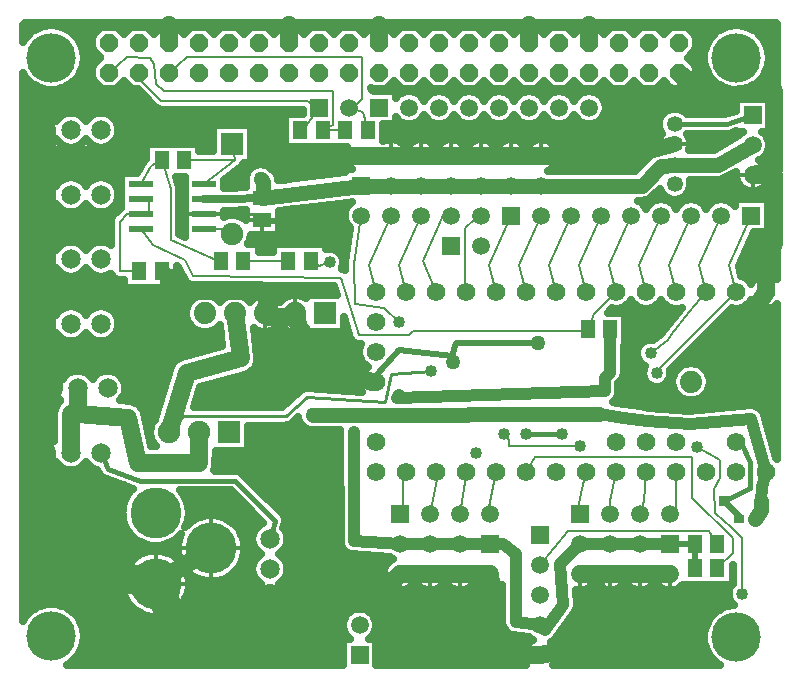
<source format=gbl>
G04 DipTrace 3.0.0.2*
G04 TeensyArbotixProRPIV0.2a.gbl*
%MOIN*%
G04 #@! TF.FileFunction,Copper,L2,Bot*
G04 #@! TF.Part,Single*
%AMOUTLINE0*5,1,8,0,0,0.065199,-22.499571*%
G04 #@! TA.AperFunction,ViaPad*
%ADD13C,0.04*%
G04 #@! TA.AperFunction,Conductor*
%ADD14C,0.015*%
%ADD16C,0.02*%
G04 #@! TA.AperFunction,ViaPad*
%ADD17C,0.05*%
G04 #@! TA.AperFunction,CopperBalancing*
%ADD18C,0.025*%
G04 #@! TA.AperFunction,Conductor*
%ADD19C,0.008*%
%ADD20C,0.1*%
%ADD21C,0.06*%
%ADD22C,0.059055*%
%ADD23C,0.01*%
%ADD24C,0.05315*%
%ADD26C,0.051181*%
G04 #@! TA.AperFunction,CopperBalancing*
%ADD27C,0.013*%
%ADD28R,0.051181X0.059055*%
%ADD32R,0.059055X0.051181*%
G04 #@! TA.AperFunction,ComponentPad*
%ADD34R,0.059055X0.059055*%
%ADD35C,0.059055*%
%ADD37R,0.035433X0.037402*%
G04 #@! TA.AperFunction,ComponentPad*
%ADD38C,0.17*%
%ADD40C,0.065199*%
%ADD42C,0.05315*%
%ADD43R,0.074803X0.074803*%
%ADD44C,0.074803*%
%ADD46R,0.035433X0.027559*%
G04 #@! TA.AperFunction,ComponentPad*
%ADD49C,0.074*%
%ADD54C,0.06194*%
%ADD55R,0.07874X0.023622*%
G04 #@! TA.AperFunction,ComponentPad*
%ADD56R,0.074X0.074*%
G04 #@! TA.AperFunction,ViaPad*
%ADD58C,0.165*%
G04 #@! TA.AperFunction,ComponentPad*
%ADD119OUTLINE0*%
%FSLAX26Y26*%
G04*
G70*
G90*
G75*
G01*
G04 Bottom*
%LPD*%
X2293701Y838701D2*
D13*
X2393701D1*
X2493701D1*
X2593701D1*
X2393504Y1555033D2*
Y1410663D1*
X2376032Y1393191D1*
Y1348044D1*
X1683701Y1324886D1*
X1690146Y1336911D1*
X2158701Y568701D2*
X2175253Y552149D1*
X2237192Y636041D1*
X2225600Y772782D1*
X2278488Y825670D1*
X2283701Y838701D1*
X2293701D1*
X1993701D2*
X2037369D1*
X2079928Y807433D1*
Y579204D1*
X2158701Y568701D1*
X1693701Y838701D2*
X1793701D1*
X1893701D1*
X1993701D1*
X1693701D2*
X1541357Y849628D1*
X1538701Y1213701D1*
X2593701Y838701D2*
D16*
X2676299D1*
Y758701D1*
X1563701Y2033701D2*
D17*
X1663701D1*
X1763701D1*
X1863701D1*
X1963701D1*
X2063701D1*
X2163701D1*
X2896054Y983324D2*
D13*
X2899744Y1028167D1*
X2913404Y1080033D1*
X1563701Y2033701D2*
D17*
X1233701Y1993701D1*
D18*
X1125407Y1988701D1*
X1041299D1*
X2608701Y2103701D2*
D17*
X2752630D1*
X2868701Y2168701D1*
X2163701Y2033701D2*
X2498701D1*
X2563701Y2098701D1*
X2608701Y2103701D1*
X2357454Y1273147D2*
X2159593Y1273819D1*
X1233701Y1993701D2*
X1238263D1*
Y2045547D1*
X1228986Y2054824D1*
X2913404Y1080033D2*
D13*
X2863784Y1256595D1*
X2658670Y1237982D1*
X2517292Y1248236D1*
X2438701Y1260033D1*
X2357454Y1273147D1*
X2896054Y983324D2*
D17*
X2898315Y952137D1*
X2875649Y921436D1*
X2159593Y1273819D2*
X1922487D1*
X1917369Y1268701D1*
X1403701D1*
X2293701Y1165033D2*
D19*
X2057701D1*
Y1186033D1*
X2038701Y1205033D1*
X1763701Y1933701D2*
X1690987Y1768701D1*
X1713404Y1680033D1*
X1563701Y1933701D2*
X1538701Y1773701D1*
X1544373Y1638568D1*
X1638915Y1624818D1*
X1688701Y1579654D1*
X2863701Y1933701D2*
X2790987Y1768701D1*
X2813404Y1680033D1*
X2549327Y1415956D1*
Y1408180D1*
X2763701Y1933701D2*
X2690987Y1768701D1*
X2713404Y1680033D1*
X2657966Y1611687D1*
X2595748Y1534986D1*
X2586177Y1518702D1*
X2528701Y1476995D1*
Y1475033D1*
X1863701Y1933701D2*
X1843183Y1948357D1*
X1770469Y1783357D1*
X1813404Y1680033D1*
X1663701Y1933701D2*
X1590987Y1768701D1*
X1613404Y1680033D1*
X1693701Y938701D2*
X1703421Y948421D1*
Y1080033D1*
X1713404D1*
X1793701Y938701D2*
X1818987Y1067679D1*
X1813404Y1080033D1*
X1893701Y938701D2*
X1913404Y1067492D1*
Y1080033D1*
X1993701Y938701D2*
X1986074Y946328D1*
X1995345Y997324D1*
X2013404Y1080033D1*
X2751103Y758701D2*
X2802788Y810386D1*
Y859614D1*
X2668243Y994159D1*
Y1128701D1*
X2143488D1*
X2113404Y1080033D1*
X2751103Y838701D2*
X2723701Y883701D1*
X2253701D1*
X2158701Y768701D1*
X2663701Y1933701D2*
X2590987Y1768701D1*
X2613404Y1680033D1*
X2293701Y938701D2*
X2291676Y971058D1*
X2296154Y1008379D1*
X2313404Y1080033D1*
X2393701Y938701D2*
Y981785D1*
X2413404Y1080033D1*
X2493701Y938701D2*
X2506420Y982848D1*
X2513404Y1080033D1*
X2593701Y938701D2*
X2613404Y958404D1*
Y1080033D1*
X2563701Y1933701D2*
X2490987Y1768701D1*
X2513404Y1680033D1*
X2463701Y1933701D2*
X2390987Y1768701D1*
X2413404Y1680033D1*
X2318701Y1555033D2*
X2328236Y1550579D1*
X1736869D1*
X1721882Y1535592D1*
X1555694D1*
X1495869Y1727046D1*
X1004231Y1731280D1*
X976204Y1785949D1*
X871096Y1837000D1*
X828701Y1888701D1*
X2413404Y1680033D2*
X2338828Y1605457D1*
X2318701Y1555033D1*
X2363701Y1933701D2*
X2290987Y1768701D1*
X2313404Y1680033D1*
X2263701Y1933701D2*
X2190987Y1768701D1*
X2213404Y1680033D1*
X2163701Y1933701D2*
X2090987Y1768701D1*
X2113404Y1680033D1*
X2063701Y1933701D2*
X1990987Y1768701D1*
X2013404Y1680033D1*
X1963701Y1933701D2*
X1944170Y1921286D1*
X1910034Y1893759D1*
Y1680033D1*
X1913404D1*
X1458701Y1778701D2*
X1423088Y1764314D1*
X1396103Y1791299D1*
Y1783701D1*
X696858Y1143701D2*
D14*
X718701Y1088701D1*
X827639Y1050869D1*
X1143076D1*
X1276973Y916973D1*
X1259574Y855848D1*
X2113701Y1205033D2*
X2233701D1*
X496858Y2218701D2*
D20*
Y2003701D1*
Y1788701D1*
Y1573701D1*
Y1480462D1*
X518701D1*
Y1358701D1*
X485635D1*
Y1143701D1*
X496858D1*
X518701Y778701D1*
X878701Y706851D1*
D21*
X1063740Y824961D1*
X878701Y706851D2*
D20*
X963701Y533701D1*
X1259574Y655848D1*
X2293701Y738701D2*
D22*
X2393701D1*
X2493701D1*
X2593701D1*
X1563701Y2133701D2*
X1663701D1*
X1763701D1*
X1863701D1*
X1963701D1*
X2063701D1*
X2163701D1*
X496858Y2218701D2*
D21*
X464036Y2223625D1*
X547404Y2313824D1*
X658280D1*
Y2301419D1*
X765848D1*
X807066Y2260201D1*
X1204566D1*
X1278193Y2149368D1*
X1427806Y2133701D1*
X1563701D1*
X1041299Y1938701D2*
D23*
X1216836D1*
X1220827Y1914675D1*
X1233701Y1918898D1*
X2163701Y2133701D2*
D22*
X2225490D1*
D21*
X2439599Y2126141D1*
D24*
X2608701Y2173701D1*
X2868701Y2068701D2*
D22*
X2938516Y2084755D1*
Y2348684D1*
X2728701Y2328701D1*
D21*
X2675889Y2364889D1*
X2623229Y2410630D1*
X2868701Y2068701D2*
D22*
X2939223D1*
D21*
Y1839223D1*
X2913404Y1813404D1*
Y1680033D1*
X518701Y1480462D2*
X778701D1*
X850693Y1495652D1*
X922159Y1510076D1*
Y1683701D1*
X936680Y1702864D1*
D26*
X898701Y1748701D1*
X1448701Y1898701D2*
D16*
X1292967Y1913331D1*
X1233701Y1918898D1*
X2767962Y1449784D2*
D21*
X2913404Y1680033D1*
X1613404Y1380033D2*
D16*
X1599274Y1387044D1*
X1688778Y1484834D1*
X1867095Y1464834D1*
X1880491Y1509340D1*
X2153311D1*
X1868701Y1445033D2*
D23*
X1867095Y1464834D1*
X2767962Y1449784D2*
X2610746Y1435547D1*
X2593137Y1364139D1*
Y1301484D1*
X2542903D1*
X2767962Y1449784D2*
X2718180Y1424029D1*
X2713180Y1299029D1*
X658280Y2313824D2*
D13*
Y2568994D1*
X923229D1*
X1323229D1*
X1623229D1*
X2123229D1*
X2323229D1*
X2697654D1*
Y2364889D1*
X2675889D1*
X923229Y2510630D2*
D21*
Y2568994D1*
X1323229Y2510630D2*
Y2568994D1*
X1623229Y2510630D2*
Y2568994D1*
X2123229Y2510630D2*
Y2568994D1*
X2323229Y2510630D2*
Y2568994D1*
X922159Y1683701D2*
X1257120D1*
Y1596525D1*
X1350290D1*
X1343335Y1607704D1*
X1243335D2*
X1257120Y1683701D1*
X1343335Y1607704D2*
X1391086Y1441093D1*
X1601202Y1380033D1*
X1613404D1*
X1259574Y655848D2*
X1648559D1*
X1660996Y705996D1*
D22*
X1693701Y738701D1*
X1793701D1*
X1893701D1*
X1993701D1*
X2000023Y679509D1*
D21*
X1978213Y492885D1*
X2088732Y468701D1*
D22*
X2158701D1*
X2254715Y485124D1*
D21*
X2311876Y489950D1*
X2344642Y685118D1*
D22*
X2354088Y738701D1*
X2293701D1*
X2608701Y2238701D2*
D14*
X2783701D1*
X2868701Y2268701D1*
X1041299Y1888701D2*
D19*
X1133701D1*
Y1874095D1*
X1041299Y2038701D2*
X1143701Y2117914D1*
X1133701Y2173307D1*
X973504Y2118701D2*
X1143701D1*
X898701D2*
X863701Y2098701D1*
X828701Y2038701D1*
X1096299Y1783701D2*
X1081299Y1785649D1*
X928701Y1853088D1*
Y2021247D1*
X898701Y2118701D1*
X1171103Y1783701D2*
X1321299D1*
X828701Y1988701D2*
X856331D1*
Y1938701D1*
X828701D1*
X783701D1*
X758701Y1913701D1*
Y1748701D1*
X823898D1*
X2681974Y1162998D2*
X2758701Y1118701D1*
X2761309Y1057672D1*
X2738701Y1023701D1*
X2743701Y943701D1*
X2798701Y893701D1*
X2833701Y858701D1*
Y673701D1*
X823229Y2410630D2*
X811202Y2404000D1*
X898315Y2316887D1*
X1382025D1*
X1423701Y2293701D1*
X1371299Y2218701D1*
X1361299D1*
X723229Y2410630D2*
X783156Y2461974D1*
X860736Y2459958D1*
X874843Y2440815D1*
X878873Y2372302D1*
X905068Y2349129D1*
X1469381D1*
Y2236247D1*
X1436103Y2218701D1*
X1511299D1*
X923229Y2410630D2*
X984458Y2460966D1*
X1567023D1*
Y2322933D1*
X1537790Y2293701D1*
X1523701D1*
X1570045Y2278601D1*
X1586103Y2218701D1*
X618701Y1358701D2*
D21*
Y1273461D1*
X596858D1*
Y1143701D1*
X1022963Y1211487D2*
Y1108847D1*
X819315D1*
X786340Y1259971D1*
X618701Y1273461D1*
X922963Y1211487D2*
D23*
X968927Y1264646D1*
X1312200D1*
X1383301Y1329046D1*
X1641928Y1311965D1*
X1664490Y1406316D1*
X1796347Y1416731D1*
X922963Y1211487D2*
D21*
X981975Y1409305D1*
X1162441Y1457660D1*
X1143335Y1607704D1*
X2813404Y1180033D2*
D14*
X2824613D1*
X2830920Y1174450D1*
X2860903Y1111158D1*
Y1026158D1*
X2772038Y983324D1*
D16*
X2831604Y927076D1*
X2824467Y921436D1*
D17*
X1403701Y1268701D3*
D13*
X1688701Y1579654D3*
X1458701Y1778701D3*
D17*
X1448701Y1898701D3*
X2767962Y1449784D3*
X2153311Y1509340D3*
X1868701Y1445033D3*
X2542903Y1301484D3*
X2767962Y1449784D3*
X2713180Y1299029D3*
X2767962Y1449784D3*
D13*
X2681974Y1162998D3*
X2833701Y673701D3*
X1796347Y1416731D3*
D58*
X2814961Y528402D3*
X531496Y531496D3*
Y2460630D3*
X2814961D3*
D13*
X1690146Y1336911D3*
X1538701Y1213701D3*
X2376032Y1393191D3*
D17*
X2357454Y1273147D3*
X2159593Y1273819D3*
X1228986Y2054824D3*
D13*
X2038701Y1205033D3*
X2293701Y1165033D3*
X1945109Y1144065D3*
X2549327Y1408180D3*
X2528701Y1475033D3*
X2233701Y1205033D3*
X2113701D3*
X438725Y2551332D2*
D18*
X470346D1*
X592632D2*
X682798D1*
X763677D2*
X782798D1*
X863677D2*
X882798D1*
X963677D2*
X982798D1*
X1063677D2*
X1082798D1*
X1163677D2*
X1182798D1*
X1263677D2*
X1282798D1*
X1363677D2*
X1382798D1*
X1463677D2*
X1482798D1*
X1563677D2*
X1582798D1*
X1663677D2*
X1682798D1*
X1763677D2*
X1782798D1*
X1863677D2*
X1882798D1*
X1963677D2*
X1982798D1*
X2063677D2*
X2082798D1*
X2163677D2*
X2182798D1*
X2263677D2*
X2282798D1*
X2363677D2*
X2382798D1*
X2463677D2*
X2482798D1*
X2563677D2*
X2582798D1*
X2663677D2*
X2753843D1*
X2876079D2*
X2948716D1*
X619634Y2526463D2*
X665366D1*
X2681108D2*
X2726841D1*
X2903081D2*
X2948716D1*
X633940Y2501595D2*
X665122D1*
X2681352D2*
X2712534D1*
X2917388D2*
X2948716D1*
X640776Y2476726D2*
X676011D1*
X2670464D2*
X2705649D1*
X2924272D2*
X2948716D1*
X641655Y2451857D2*
X683335D1*
X2663139D2*
X2704819D1*
X2925102D2*
X2948716D1*
X636626Y2426988D2*
X665415D1*
X2681059D2*
X2709848D1*
X2920073D2*
X2948716D1*
X624761Y2402120D2*
X665122D1*
X2681352D2*
X2721665D1*
X2908257D2*
X2948716D1*
X438725Y2377251D2*
X460337D1*
X602641D2*
X675473D1*
X2671001D2*
X2743833D1*
X2886089D2*
X2948716D1*
X438725Y2352382D2*
X818638D1*
X1599028D2*
X2948716D1*
X438725Y2327513D2*
X843491D1*
X2369634D2*
X2948716D1*
X438725Y2302645D2*
X868345D1*
X2380473D2*
X2811167D1*
X2926225D2*
X2948716D1*
X438725Y2277776D2*
X1366196D1*
X2378862D2*
X2571763D1*
X2645610D2*
X2792807D1*
X2926225D2*
X2948716D1*
X746343Y2252907D2*
X1307700D1*
X1763139D2*
X1784263D1*
X1863139D2*
X1884263D1*
X1963139D2*
X1984263D1*
X2063139D2*
X2084263D1*
X2163139D2*
X2184263D1*
X2263139D2*
X2284263D1*
X2363139D2*
X2556089D1*
X2926225D2*
X2948716D1*
X756694Y2228038D2*
X1068296D1*
X1199126D2*
X1307700D1*
X1639702D2*
X2555210D1*
X2926225D2*
X2948716D1*
X755327Y2203170D2*
X1068296D1*
X1199126D2*
X1307700D1*
X1639702D2*
X2563266D1*
X2654155D2*
X2823325D1*
X2914116D2*
X2948716D1*
X438725Y2178301D2*
X452603D1*
X741118D2*
X1068296D1*
X1199126D2*
X1307700D1*
X1698442D2*
X1728989D1*
X1798442D2*
X1828989D1*
X1898442D2*
X1928989D1*
X1998442D2*
X2028989D1*
X2098442D2*
X2128989D1*
X2198442D2*
X2554331D1*
X2663091D2*
X2780014D1*
X2925395D2*
X2948716D1*
X438725Y2153432D2*
X845102D1*
X1027104D2*
X1068296D1*
X1199126D2*
X1509848D1*
X2217583D2*
X2558237D1*
X2924077D2*
X2948716D1*
X438725Y2128563D2*
X845102D1*
X1199126D2*
X1506430D1*
X2221001D2*
X2519663D1*
X2908843D2*
X2948716D1*
X438725Y2103694D2*
X829966D1*
X1172026D2*
X1213755D1*
X1244194D2*
X1515073D1*
X2212309D2*
X2494809D1*
X2913677D2*
X2948716D1*
X438725Y2078826D2*
X815464D1*
X1143852D2*
X1182065D1*
X1278716D2*
X1506186D1*
X2925298D2*
X2948716D1*
X438725Y2053957D2*
X465220D1*
X528520D2*
X565220D1*
X628520D2*
X665220D1*
X728520D2*
X761313D1*
X952007D2*
X973911D1*
X1111723D2*
X1176011D1*
X1290532D2*
X1308725D1*
X2763774D2*
X2813169D1*
X2924223D2*
X2948716D1*
X959624Y2029088D2*
X973911D1*
X1108647D2*
X1174009D1*
X2662358D2*
X2828013D1*
X2909380D2*
X2948716D1*
X960698Y2004219D2*
X973911D1*
X2543120D2*
X2567173D1*
X2650200D2*
X2948716D1*
X960698Y1979351D2*
X973911D1*
X2496929D2*
X2530454D1*
X2596929D2*
X2630454D1*
X2696929D2*
X2730454D1*
X2921245D2*
X2948716D1*
X438725Y1954482D2*
X463511D1*
X530229D2*
X563511D1*
X630229D2*
X663511D1*
X730229D2*
X755259D1*
X960698D2*
X973911D1*
X1332231D2*
X1510239D1*
X2921245D2*
X2948716D1*
X438725Y1929613D2*
X731382D1*
X960698D2*
X973911D1*
X1291216D2*
X1506333D1*
X2921245D2*
X2948716D1*
X438725Y1904744D2*
X726694D1*
X960698D2*
X973911D1*
X1291216D2*
X1514389D1*
X2921245D2*
X2948716D1*
X438725Y1879876D2*
X726694D1*
X960698D2*
X973911D1*
X1291216D2*
X1522934D1*
X2921245D2*
X2948716D1*
X438725Y1855007D2*
X726694D1*
X1196147D2*
X1519077D1*
X2863725D2*
X2948716D1*
X438725Y1830138D2*
X453677D1*
X540093D2*
X553675D1*
X640093D2*
X653675D1*
X1224712D2*
X1267710D1*
X1449712D2*
X1515171D1*
X2852788D2*
X2948716D1*
X1498149Y1805269D2*
X1511264D1*
X2841802D2*
X2948716D1*
X2830864Y1780400D2*
X2948716D1*
X2827251Y1755532D2*
X2948716D1*
X438725Y1730663D2*
X491684D1*
X502035D2*
X591684D1*
X602035D2*
X691684D1*
X702035D2*
X732895D1*
X952300D2*
X968914D1*
X2840923D2*
X2885874D1*
X438725Y1705794D2*
X770298D1*
X952300D2*
X986899D1*
X438725Y1680925D2*
X1476889D1*
X438725Y1656057D2*
X1001255D1*
X1085454D2*
X1101255D1*
X1185454D2*
X1201255D1*
X1285454D2*
X1301255D1*
X438725Y1631188D2*
X485923D1*
X507784D2*
X585923D1*
X607784D2*
X685923D1*
X707784D2*
X982895D1*
X2444243D2*
X2482554D1*
X2544243D2*
X2582554D1*
X2844243D2*
X2882554D1*
X747417Y1606319D2*
X978354D1*
X2447075D2*
X2613120D1*
X2783891D2*
X2948716D1*
X756938Y1581450D2*
X984116D1*
X2447075D2*
X2592954D1*
X2759038D2*
X2948716D1*
X754888Y1556582D2*
X1004868D1*
X1281792D2*
X1304868D1*
X2447075D2*
X2572788D1*
X2734136D2*
X2948716D1*
X438725Y1531713D2*
X454164D1*
X539507D2*
X554212D1*
X639507D2*
X654212D1*
X739507D2*
X1094565D1*
X1211430D2*
X1523520D1*
X2447075D2*
X2551401D1*
X2709282D2*
X2948716D1*
X438725Y1506844D2*
X1097739D1*
X1214604D2*
X1546616D1*
X2447075D2*
X2493686D1*
X2684429D2*
X2948716D1*
X438725Y1481975D2*
X1036313D1*
X1217778D2*
X1554477D1*
X2441509D2*
X2481235D1*
X2659526D2*
X2948716D1*
X438725Y1457107D2*
X951304D1*
X1220415D2*
X1559311D1*
X2441509D2*
X2484360D1*
X2634673D2*
X2948716D1*
X438725Y1432238D2*
X928940D1*
X1214263D2*
X1580845D1*
X2441509D2*
X2508188D1*
X2609819D2*
X2626548D1*
X2700249D2*
X2948716D1*
X438725Y1407369D2*
X484458D1*
X552934D2*
X584458D1*
X652934D2*
X684458D1*
X752934D2*
X920981D1*
X1188384D2*
X1561509D1*
X2441362D2*
X2501352D1*
X2722124D2*
X2948716D1*
X438725Y1382500D2*
X463218D1*
X774223D2*
X913559D1*
X1098833D2*
X1554477D1*
X2431743D2*
X2509263D1*
X2728374D2*
X2948716D1*
X438725Y1357631D2*
X458067D1*
X779302D2*
X906138D1*
X1026958D2*
X1370200D1*
X1415581D2*
X1559067D1*
X2424028D2*
X2602573D1*
X2724272D2*
X2948716D1*
X438725Y1332763D2*
X464194D1*
X773198D2*
X898716D1*
X1019536D2*
X1339487D1*
X2421391D2*
X2620005D1*
X2706792D2*
X2948716D1*
X438725Y1307894D2*
X488022D1*
X816802D2*
X891343D1*
X1012114D2*
X1312046D1*
X2430132D2*
X2948716D1*
X438725Y1283025D2*
X539682D1*
X839311D2*
X883921D1*
X2903325D2*
X2948716D1*
X438725Y1258156D2*
X538852D1*
X846050D2*
X876499D1*
X2913091D2*
X2948716D1*
X438725Y1233288D2*
X538852D1*
X1188384D2*
X1365220D1*
X2920073D2*
X2948716D1*
X438725Y1208419D2*
X538852D1*
X1188384D2*
X1490757D1*
X2927055D2*
X2948716D1*
X438725Y1183550D2*
X452116D1*
X1188384D2*
X1490952D1*
X2934038D2*
X2948716D1*
X1188384Y1158681D2*
X1491098D1*
X1080962Y1133813D2*
X1491294D1*
X1080962Y1108944D2*
X1491489D1*
X438725Y1084075D2*
X682554D1*
X1075102D2*
X1491636D1*
X438725Y1059206D2*
X701450D1*
X1183891D2*
X1491831D1*
X438725Y1034337D2*
X772202D1*
X1208745D2*
X1492026D1*
X438725Y1009469D2*
X787876D1*
X969536D2*
X1135337D1*
X1233647D2*
X1492221D1*
X438725Y984600D2*
X773813D1*
X983598D2*
X1160190D1*
X1258501D2*
X1492368D1*
X438725Y959731D2*
X766977D1*
X990434D2*
X1185044D1*
X1283354D2*
X1492563D1*
X438725Y934862D2*
X766001D1*
X991411D2*
X1049741D1*
X1077739D2*
X1209946D1*
X1307182D2*
X1492759D1*
X438725Y909994D2*
X770786D1*
X1136821D2*
X1234800D1*
X1311723D2*
X1492905D1*
X438725Y885125D2*
X782114D1*
X1158940D2*
X1206870D1*
X1312261D2*
X1493100D1*
X438725Y860256D2*
X803061D1*
X1170952D2*
X1199155D1*
X1320024D2*
X1493296D1*
X438725Y835387D2*
X851401D1*
X906011D2*
X951255D1*
X1176225D2*
X1202720D1*
X1316460D2*
X1495639D1*
X438725Y810519D2*
X837973D1*
X919438D2*
X951694D1*
X1175786D2*
X1220737D1*
X1298393D2*
X1515610D1*
X438725Y785650D2*
X798716D1*
X1169487D2*
X1207212D1*
X1311968D2*
X1662485D1*
X438725Y760781D2*
X779770D1*
X1156206D2*
X1199204D1*
X1319975D2*
X1640805D1*
X438725Y735912D2*
X769614D1*
X1131645D2*
X1202524D1*
X1316655D2*
X1636264D1*
X438725Y711044D2*
X765757D1*
X991606D2*
X1220102D1*
X1299077D2*
X1643638D1*
X438725Y686175D2*
X767661D1*
X989751D2*
X1207505D1*
X1311626D2*
X1674790D1*
X1712602D2*
X1774790D1*
X1812602D2*
X1874790D1*
X1912602D2*
X1974790D1*
X2012602D2*
X2031919D1*
X2312602D2*
X2374790D1*
X2412602D2*
X2474790D1*
X2512602D2*
X2574790D1*
X2612602D2*
X2787436D1*
X438725Y661306D2*
X775522D1*
X981889D2*
X1199253D1*
X1319927D2*
X2031919D1*
X2283208D2*
X2787436D1*
X438725Y636437D2*
X503452D1*
X559526D2*
X791050D1*
X966362D2*
X1202329D1*
X1316850D2*
X2031919D1*
X2285161D2*
X2805112D1*
X438725Y611568D2*
X456506D1*
X606450D2*
X820249D1*
X937163D2*
X1219468D1*
X1299712D2*
X1521714D1*
X1595708D2*
X2031919D1*
X2278032D2*
X2743540D1*
X626811Y586700D2*
X1504184D1*
X1613188D2*
X2031919D1*
X2259819D2*
X2721567D1*
X637651Y561831D2*
X1501596D1*
X1615776D2*
X2035386D1*
X2241460D2*
X2709751D1*
X641850Y536962D2*
X1511264D1*
X1606157D2*
X2060532D1*
X2223100D2*
X2704819D1*
X640239Y512093D2*
X1501157D1*
X1616216D2*
X2122348D1*
X2199321D2*
X2705698D1*
X632524Y487225D2*
X1501157D1*
X1616216D2*
X2104380D1*
X2212993D2*
X2712632D1*
X616948Y462356D2*
X1501157D1*
X1616216D2*
X2101548D1*
X2215874D2*
X2726987D1*
X587163Y437487D2*
X1501157D1*
X1616216D2*
X2110874D1*
X2206499D2*
X2754184D1*
X1282709Y1838729D2*
X1447193D1*
Y1822762D1*
X1455131Y1824061D1*
X1462271D1*
X1469323Y1822944D1*
X1476113Y1820738D1*
X1482475Y1817496D1*
X1488251Y1813299D1*
X1493299Y1808251D1*
X1497496Y1802475D1*
X1500738Y1796113D1*
X1502944Y1789323D1*
X1504061Y1782271D1*
Y1775131D1*
X1502944Y1768079D1*
X1500738Y1761289D1*
X1498437Y1756434D1*
X1505226Y1755022D1*
X1509911Y1752974D1*
X1509221Y1774780D1*
X1513414Y1802955D1*
X1527382Y1892349D1*
X1521858Y1897963D1*
X1516782Y1904949D1*
X1512862Y1912643D1*
X1510194Y1920855D1*
X1508843Y1929384D1*
Y1938018D1*
X1510194Y1946547D1*
X1512862Y1954759D1*
X1516782Y1962453D1*
X1521858Y1969439D1*
X1527963Y1975544D1*
X1532044Y1978679D1*
X1520141Y1977551D1*
X1288681Y1949496D1*
X1288729Y1867807D1*
X1196297D1*
X1194865Y1859411D1*
X1191814Y1850023D1*
X1187333Y1841229D1*
X1185672Y1838742D1*
X1222193Y1838728D1*
Y1813191D1*
X1270175Y1813201D1*
X1270209Y1838729D1*
X1282709D1*
X1178713Y1942610D2*
X1178674Y1953130D1*
X1125407Y1950701D1*
X1106218D1*
X1106170Y1930651D1*
X1114263Y1933918D1*
X1123861Y1936222D1*
X1133701Y1936996D1*
X1143541Y1936222D1*
X1153139Y1933918D1*
X1162258Y1930140D1*
X1170674Y1924983D1*
X1178664Y1918049D1*
X1178674Y1952807D1*
X1178673Y2029183D2*
Y2044792D1*
X1179504D1*
X1178641Y2050862D1*
Y2058787D1*
X1179881Y2066613D1*
X1182330Y2074150D1*
X1185927Y2081211D1*
X1190585Y2087621D1*
X1196189Y2093225D1*
X1202600Y2097883D1*
X1209660Y2101480D1*
X1217197Y2103929D1*
X1225024Y2105169D1*
X1232948D1*
X1240775Y2103929D1*
X1248311Y2101480D1*
X1255372Y2097883D1*
X1261783Y2093225D1*
X1273972Y2081256D1*
X1279118Y2075231D1*
X1283259Y2068474D1*
X1286291Y2061153D1*
X1288183Y2053094D1*
X1289670Y2051355D1*
X1508721Y2077906D1*
X1508674Y2088728D1*
X1531965D1*
X1524548Y2095035D1*
X1519657Y2100713D1*
X1515584Y2107004D1*
X1512402Y2113789D1*
X1510173Y2120944D1*
X1508936Y2128335D1*
X1508714Y2135826D1*
X1509513Y2143278D1*
X1511317Y2150552D1*
X1514092Y2157513D1*
X1517564Y2163677D1*
X1310209Y2163673D1*
Y2273728D1*
X1368656D1*
X1368674Y2287355D1*
X896001Y2287478D1*
X889199Y2288831D1*
X882901Y2291734D1*
X877455Y2296028D1*
X877228Y2296273D1*
X818449Y2355034D1*
X806764Y2355326D1*
X800995Y2356953D1*
X795765Y2359882D1*
X792722Y2362481D1*
X773454Y2381932D1*
X771378Y2380124D1*
X750692Y2359882D1*
X745462Y2356953D1*
X739693Y2355326D1*
X735704Y2355012D1*
X706764Y2355326D1*
X700995Y2356953D1*
X695765Y2359882D1*
X692722Y2362481D1*
X672480Y2383166D1*
X669551Y2388397D1*
X667924Y2394166D1*
X667610Y2398155D1*
X667924Y2427094D1*
X669551Y2432864D1*
X672480Y2438094D1*
X675079Y2441137D1*
X694518Y2460395D1*
X692722Y2462481D1*
X672480Y2483167D1*
X669551Y2488397D1*
X667924Y2494166D1*
X667610Y2498155D1*
X667924Y2527094D1*
X669551Y2532864D1*
X672480Y2538094D1*
X675079Y2541136D1*
X695765Y2561378D1*
X700995Y2564307D1*
X706764Y2565934D1*
X710753Y2566248D1*
X739693Y2565934D1*
X745462Y2564307D1*
X750692Y2561378D1*
X753735Y2558780D1*
X773003Y2539328D1*
X775079Y2541136D1*
X795765Y2561378D1*
X800995Y2564307D1*
X806764Y2565934D1*
X810753Y2566248D1*
X839693Y2565934D1*
X845462Y2564307D1*
X850692Y2561378D1*
X853735Y2558780D1*
X873003Y2539328D1*
X876847Y2542904D1*
X895765Y2561378D1*
X900995Y2564307D1*
X906764Y2565934D1*
X913253Y2566248D1*
X939693Y2565934D1*
X945462Y2564307D1*
X950692Y2561378D1*
X955503Y2557012D1*
X973003Y2539328D1*
X975079Y2541136D1*
X995765Y2561378D1*
X1000995Y2564307D1*
X1006764Y2565934D1*
X1010753Y2566248D1*
X1039693Y2565934D1*
X1045462Y2564307D1*
X1050692Y2561378D1*
X1053735Y2558780D1*
X1073003Y2539328D1*
X1075079Y2541136D1*
X1095765Y2561378D1*
X1100995Y2564307D1*
X1106764Y2565934D1*
X1110753Y2566248D1*
X1139693Y2565934D1*
X1145462Y2564307D1*
X1150692Y2561378D1*
X1153735Y2558780D1*
X1173003Y2539328D1*
X1175079Y2541136D1*
X1195765Y2561378D1*
X1200995Y2564307D1*
X1206764Y2565934D1*
X1210753Y2566248D1*
X1239693Y2565934D1*
X1245462Y2564307D1*
X1250692Y2561378D1*
X1253735Y2558780D1*
X1273003Y2539328D1*
X1276847Y2542904D1*
X1295765Y2561378D1*
X1300995Y2564307D1*
X1306764Y2565934D1*
X1313253Y2566248D1*
X1339693Y2565934D1*
X1345462Y2564307D1*
X1350692Y2561378D1*
X1355503Y2557012D1*
X1373003Y2539328D1*
X1375079Y2541136D1*
X1395765Y2561378D1*
X1400995Y2564307D1*
X1406764Y2565934D1*
X1410753Y2566248D1*
X1439693Y2565934D1*
X1445462Y2564307D1*
X1450692Y2561378D1*
X1453735Y2558779D1*
X1473003Y2539328D1*
X1475079Y2541136D1*
X1495765Y2561378D1*
X1500995Y2564307D1*
X1506764Y2565934D1*
X1510753Y2566248D1*
X1539693Y2565934D1*
X1545462Y2564307D1*
X1550692Y2561378D1*
X1553735Y2558779D1*
X1573003Y2539328D1*
X1575079Y2541136D1*
X1595765Y2561378D1*
X1600995Y2564307D1*
X1606764Y2565934D1*
X1613253Y2566248D1*
X1639693Y2565934D1*
X1645462Y2564307D1*
X1650692Y2561378D1*
X1655503Y2557012D1*
X1673003Y2539328D1*
X1675079Y2541137D1*
X1695765Y2561378D1*
X1700995Y2564307D1*
X1706764Y2565934D1*
X1710753Y2566248D1*
X1739693Y2565934D1*
X1745462Y2564307D1*
X1750692Y2561378D1*
X1753735Y2558779D1*
X1773003Y2539328D1*
X1775079Y2541137D1*
X1795765Y2561378D1*
X1800995Y2564307D1*
X1806764Y2565934D1*
X1810753Y2566248D1*
X1839693Y2565934D1*
X1845462Y2564307D1*
X1850692Y2561378D1*
X1853735Y2558779D1*
X1873003Y2539328D1*
X1875079Y2541137D1*
X1895765Y2561378D1*
X1900995Y2564307D1*
X1906764Y2565934D1*
X1910753Y2566248D1*
X1939693Y2565934D1*
X1945462Y2564307D1*
X1950692Y2561378D1*
X1953735Y2558780D1*
X1972994Y2539341D1*
X1975079Y2541137D1*
X1995765Y2561378D1*
X2000995Y2564307D1*
X2006764Y2565934D1*
X2010753Y2566248D1*
X2039693Y2565934D1*
X2045462Y2564307D1*
X2050692Y2561378D1*
X2053735Y2558780D1*
X2073003Y2539328D1*
X2076847Y2542904D1*
X2095765Y2561378D1*
X2100995Y2564307D1*
X2106764Y2565934D1*
X2113253Y2566248D1*
X2139693Y2565934D1*
X2145462Y2564307D1*
X2150692Y2561378D1*
X2155503Y2557012D1*
X2173003Y2539328D1*
X2175079Y2541137D1*
X2195765Y2561378D1*
X2200995Y2564307D1*
X2206764Y2565934D1*
X2210753Y2566248D1*
X2239693Y2565934D1*
X2245462Y2564307D1*
X2250692Y2561378D1*
X2253735Y2558780D1*
X2273003Y2539328D1*
X2276847Y2542904D1*
X2295765Y2561378D1*
X2300995Y2564307D1*
X2306764Y2565934D1*
X2313253Y2566248D1*
X2339693Y2565934D1*
X2345462Y2564307D1*
X2350692Y2561378D1*
X2355503Y2557012D1*
X2373003Y2539328D1*
X2375079Y2541136D1*
X2395765Y2561378D1*
X2400995Y2564307D1*
X2406764Y2565934D1*
X2410753Y2566248D1*
X2439693Y2565934D1*
X2445462Y2564307D1*
X2450692Y2561378D1*
X2453735Y2558780D1*
X2473003Y2539328D1*
X2475079Y2541136D1*
X2495765Y2561378D1*
X2500995Y2564307D1*
X2506764Y2565934D1*
X2510753Y2566248D1*
X2539693Y2565934D1*
X2545462Y2564307D1*
X2550692Y2561378D1*
X2553735Y2558780D1*
X2573003Y2539328D1*
X2575079Y2541136D1*
X2595765Y2561378D1*
X2600995Y2564307D1*
X2606764Y2565934D1*
X2610753Y2566248D1*
X2639693Y2565934D1*
X2645462Y2564307D1*
X2650692Y2561378D1*
X2653735Y2558780D1*
X2673977Y2538094D1*
X2676906Y2532864D1*
X2678533Y2527094D1*
X2678847Y2523105D1*
X2678533Y2494166D1*
X2676906Y2488397D1*
X2673977Y2483166D1*
X2671378Y2480124D1*
X2651927Y2460855D1*
X2655503Y2457012D1*
X2673977Y2438094D1*
X2676906Y2432864D1*
X2678533Y2427094D1*
X2678847Y2420605D1*
X2678533Y2394166D1*
X2676906Y2388397D1*
X2673977Y2383167D1*
X2669610Y2378356D1*
X2650692Y2359882D1*
X2645462Y2356953D1*
X2639693Y2355326D1*
X2633204Y2355012D1*
X2606764Y2355326D1*
X2600995Y2356953D1*
X2595765Y2359882D1*
X2590954Y2364248D1*
X2573463Y2381920D1*
X2571378Y2380124D1*
X2550692Y2359882D1*
X2545462Y2356953D1*
X2539693Y2355326D1*
X2535704Y2355012D1*
X2506764Y2355326D1*
X2500995Y2356953D1*
X2495765Y2359882D1*
X2492722Y2362481D1*
X2473454Y2381932D1*
X2471378Y2380124D1*
X2450692Y2359882D1*
X2445462Y2356953D1*
X2439693Y2355326D1*
X2435704Y2355012D1*
X2406764Y2355326D1*
X2400995Y2356953D1*
X2395765Y2359882D1*
X2392722Y2362481D1*
X2373454Y2381932D1*
X2371378Y2380124D1*
X2350692Y2359882D1*
X2345462Y2356953D1*
X2339693Y2355326D1*
X2335704Y2355012D1*
X2306764Y2355326D1*
X2300995Y2356953D1*
X2295765Y2359882D1*
X2292722Y2362481D1*
X2273454Y2381932D1*
X2271378Y2380124D1*
X2250692Y2359882D1*
X2245462Y2356953D1*
X2239693Y2355326D1*
X2235704Y2355012D1*
X2206764Y2355326D1*
X2200995Y2356953D1*
X2195765Y2359882D1*
X2192722Y2362481D1*
X2173454Y2381932D1*
X2171378Y2380124D1*
X2150692Y2359882D1*
X2145462Y2356953D1*
X2139693Y2355326D1*
X2135704Y2355012D1*
X2106764Y2355326D1*
X2100995Y2356953D1*
X2095765Y2359882D1*
X2092722Y2362481D1*
X2073454Y2381932D1*
X2071378Y2380124D1*
X2050692Y2359882D1*
X2045462Y2356953D1*
X2039693Y2355326D1*
X2035704Y2355012D1*
X2006764Y2355326D1*
X2000995Y2356953D1*
X1995765Y2359882D1*
X1992722Y2362481D1*
X1973454Y2381932D1*
X1971378Y2380124D1*
X1950692Y2359882D1*
X1945462Y2356953D1*
X1939693Y2355326D1*
X1935704Y2355012D1*
X1906764Y2355326D1*
X1900995Y2356953D1*
X1895765Y2359882D1*
X1892722Y2362481D1*
X1873454Y2381932D1*
X1871378Y2380124D1*
X1850692Y2359882D1*
X1845462Y2356953D1*
X1839693Y2355326D1*
X1835704Y2355012D1*
X1806764Y2355326D1*
X1800995Y2356953D1*
X1795765Y2359882D1*
X1792722Y2362481D1*
X1773454Y2381932D1*
X1771378Y2380124D1*
X1750692Y2359882D1*
X1745462Y2356953D1*
X1739693Y2355326D1*
X1735704Y2355012D1*
X1706764Y2355326D1*
X1700995Y2356953D1*
X1695765Y2359882D1*
X1692722Y2362481D1*
X1673454Y2381932D1*
X1671378Y2380124D1*
X1650692Y2359882D1*
X1645462Y2356953D1*
X1639693Y2355326D1*
X1635704Y2355012D1*
X1606764Y2355326D1*
X1600995Y2356953D1*
X1597072Y2359009D1*
X1606173Y2348729D1*
X1678729D1*
Y2325438D1*
X1684791Y2332611D1*
X1691357Y2338219D1*
X1698719Y2342731D1*
X1706697Y2346035D1*
X1715093Y2348051D1*
X1723701Y2348729D1*
X1732309Y2348051D1*
X1740705Y2346035D1*
X1748683Y2342731D1*
X1756045Y2338219D1*
X1762611Y2332611D1*
X1768219Y2326045D1*
X1772731Y2318683D1*
X1773685Y2316614D1*
X1776782Y2322453D1*
X1781858Y2329439D1*
X1787963Y2335544D1*
X1794949Y2340620D1*
X1802643Y2344540D1*
X1810855Y2347208D1*
X1819384Y2348559D1*
X1828018D1*
X1836547Y2347208D1*
X1844759Y2344540D1*
X1852453Y2340620D1*
X1859439Y2335544D1*
X1865544Y2329439D1*
X1870620Y2322453D1*
X1873685Y2316614D1*
X1876782Y2322453D1*
X1881858Y2329439D1*
X1887963Y2335544D1*
X1894949Y2340620D1*
X1902643Y2344540D1*
X1910855Y2347208D1*
X1919384Y2348559D1*
X1928018D1*
X1936547Y2347208D1*
X1944759Y2344540D1*
X1952453Y2340620D1*
X1959439Y2335544D1*
X1965544Y2329439D1*
X1970620Y2322453D1*
X1973685Y2316614D1*
X1976782Y2322453D1*
X1981858Y2329439D1*
X1987963Y2335544D1*
X1994949Y2340620D1*
X2002643Y2344540D1*
X2010855Y2347208D1*
X2019384Y2348559D1*
X2028018D1*
X2036547Y2347208D1*
X2044759Y2344540D1*
X2052453Y2340620D1*
X2059439Y2335544D1*
X2065544Y2329439D1*
X2070620Y2322453D1*
X2073685Y2316614D1*
X2076782Y2322453D1*
X2081858Y2329439D1*
X2087963Y2335544D1*
X2094949Y2340620D1*
X2102643Y2344540D1*
X2110855Y2347208D1*
X2119384Y2348559D1*
X2128018D1*
X2136547Y2347208D1*
X2144759Y2344540D1*
X2152453Y2340620D1*
X2159439Y2335544D1*
X2165544Y2329439D1*
X2170620Y2322453D1*
X2173685Y2316614D1*
X2176782Y2322453D1*
X2181858Y2329439D1*
X2187963Y2335544D1*
X2194949Y2340620D1*
X2202643Y2344540D1*
X2210855Y2347208D1*
X2219384Y2348559D1*
X2228018D1*
X2236547Y2347208D1*
X2244759Y2344540D1*
X2252453Y2340620D1*
X2259439Y2335544D1*
X2265544Y2329439D1*
X2270620Y2322453D1*
X2273685Y2316614D1*
X2276782Y2322453D1*
X2281858Y2329439D1*
X2287963Y2335544D1*
X2294949Y2340620D1*
X2302643Y2344540D1*
X2310855Y2347208D1*
X2319384Y2348559D1*
X2328018D1*
X2336547Y2347208D1*
X2344759Y2344540D1*
X2352453Y2340620D1*
X2359439Y2335544D1*
X2365544Y2329439D1*
X2370620Y2322453D1*
X2374540Y2314759D1*
X2377208Y2306547D1*
X2378559Y2298018D1*
Y2289384D1*
X2377208Y2280855D1*
X2374540Y2272643D1*
X2370620Y2264949D1*
X2365544Y2257963D1*
X2359439Y2251858D1*
X2352453Y2246782D1*
X2344759Y2242862D1*
X2336547Y2240194D1*
X2328018Y2238843D1*
X2319384D1*
X2310855Y2240194D1*
X2302643Y2242862D1*
X2294949Y2246782D1*
X2287963Y2251858D1*
X2281858Y2257963D1*
X2276782Y2264949D1*
X2273717Y2270788D1*
X2270620Y2264949D1*
X2265544Y2257963D1*
X2259439Y2251858D1*
X2252453Y2246782D1*
X2244759Y2242862D1*
X2236547Y2240194D1*
X2228018Y2238843D1*
X2219384D1*
X2210855Y2240194D1*
X2202643Y2242862D1*
X2194949Y2246782D1*
X2187963Y2251858D1*
X2181858Y2257963D1*
X2176782Y2264949D1*
X2173717Y2270788D1*
X2170620Y2264949D1*
X2165544Y2257963D1*
X2159439Y2251858D1*
X2152453Y2246782D1*
X2144759Y2242862D1*
X2136547Y2240194D1*
X2128018Y2238843D1*
X2119384D1*
X2110855Y2240194D1*
X2102643Y2242862D1*
X2094949Y2246782D1*
X2087963Y2251858D1*
X2081858Y2257963D1*
X2076782Y2264949D1*
X2073717Y2270788D1*
X2070620Y2264949D1*
X2065544Y2257963D1*
X2059439Y2251858D1*
X2052453Y2246782D1*
X2044759Y2242862D1*
X2036547Y2240194D1*
X2028018Y2238843D1*
X2019384D1*
X2010855Y2240194D1*
X2002643Y2242862D1*
X1994949Y2246782D1*
X1987963Y2251858D1*
X1981858Y2257963D1*
X1976782Y2264949D1*
X1973717Y2270788D1*
X1970620Y2264949D1*
X1965544Y2257963D1*
X1959439Y2251858D1*
X1952453Y2246782D1*
X1944759Y2242862D1*
X1936547Y2240194D1*
X1928018Y2238843D1*
X1919384D1*
X1910855Y2240194D1*
X1902643Y2242862D1*
X1894949Y2246782D1*
X1887963Y2251858D1*
X1881858Y2257963D1*
X1876782Y2264949D1*
X1873717Y2270788D1*
X1870620Y2264949D1*
X1865544Y2257963D1*
X1859439Y2251858D1*
X1852453Y2246782D1*
X1844759Y2242862D1*
X1836547Y2240194D1*
X1828018Y2238843D1*
X1819384D1*
X1810855Y2240194D1*
X1802643Y2242862D1*
X1794949Y2246782D1*
X1787963Y2251858D1*
X1781858Y2257963D1*
X1776782Y2264949D1*
X1773717Y2270788D1*
X1770620Y2264949D1*
X1765544Y2257963D1*
X1759439Y2251858D1*
X1752453Y2246782D1*
X1744759Y2242862D1*
X1736547Y2240194D1*
X1728018Y2238843D1*
X1719384D1*
X1710855Y2240194D1*
X1702643Y2242862D1*
X1694949Y2246782D1*
X1687963Y2251858D1*
X1681858Y2257963D1*
X1678723Y2262044D1*
X1678729Y2238673D1*
X1637176D1*
X1637193Y2181883D1*
X1644784Y2185375D1*
X1651980Y2187466D1*
X1659394Y2188560D1*
X1666888Y2188636D1*
X1674323Y2187694D1*
X1681560Y2185750D1*
X1688467Y2182840D1*
X1694914Y2179020D1*
X1700782Y2174358D1*
X1705962Y2168943D1*
X1710359Y2162874D1*
X1713692Y2156678D1*
X1717788Y2164033D1*
X1722335Y2169990D1*
X1727649Y2175274D1*
X1733632Y2179787D1*
X1740173Y2183445D1*
X1747150Y2186180D1*
X1754434Y2187943D1*
X1761890Y2188699D1*
X1769380Y2188435D1*
X1776764Y2187156D1*
X1783906Y2184885D1*
X1790673Y2181665D1*
X1796940Y2177555D1*
X1802590Y2172632D1*
X1807519Y2166987D1*
X1811636Y2160725D1*
X1813692Y2156678D1*
X1817788Y2164033D1*
X1822335Y2169990D1*
X1827649Y2175274D1*
X1833632Y2179787D1*
X1840173Y2183445D1*
X1847150Y2186180D1*
X1854434Y2187943D1*
X1861890Y2188699D1*
X1869380Y2188435D1*
X1876764Y2187156D1*
X1883906Y2184885D1*
X1890673Y2181665D1*
X1896940Y2177555D1*
X1902590Y2172632D1*
X1907519Y2166987D1*
X1911636Y2160725D1*
X1913692Y2156678D1*
X1917788Y2164033D1*
X1922335Y2169990D1*
X1927649Y2175274D1*
X1933632Y2179787D1*
X1940173Y2183445D1*
X1947150Y2186180D1*
X1954434Y2187943D1*
X1961890Y2188699D1*
X1969380Y2188435D1*
X1976764Y2187156D1*
X1983906Y2184885D1*
X1990673Y2181665D1*
X1996940Y2177555D1*
X2002590Y2172632D1*
X2007519Y2166987D1*
X2011636Y2160725D1*
X2013692Y2156678D1*
X2017788Y2164033D1*
X2022335Y2169990D1*
X2027649Y2175274D1*
X2033632Y2179787D1*
X2040173Y2183445D1*
X2047150Y2186180D1*
X2054434Y2187943D1*
X2061890Y2188699D1*
X2069380Y2188435D1*
X2076764Y2187156D1*
X2083906Y2184885D1*
X2090673Y2181665D1*
X2096940Y2177555D1*
X2102590Y2172632D1*
X2107519Y2166987D1*
X2111636Y2160725D1*
X2113692Y2156678D1*
X2117788Y2164033D1*
X2122335Y2169990D1*
X2127649Y2175274D1*
X2133632Y2179787D1*
X2140173Y2183445D1*
X2147150Y2186180D1*
X2154434Y2187943D1*
X2161890Y2188699D1*
X2169380Y2188435D1*
X2176764Y2187156D1*
X2183906Y2184885D1*
X2190673Y2181665D1*
X2196940Y2177555D1*
X2202590Y2172632D1*
X2207519Y2166987D1*
X2211636Y2160725D1*
X2214863Y2153961D1*
X2217141Y2146822D1*
X2218429Y2139439D1*
X2218672Y2131202D1*
X2217822Y2123756D1*
X2215969Y2116494D1*
X2213147Y2109552D1*
X2209407Y2103058D1*
X2204819Y2097132D1*
X2199469Y2091884D1*
X2193456Y2087412D1*
X2187687Y2084191D1*
X2477812Y2084201D1*
X2530904Y2137102D1*
X2537315Y2141759D1*
X2544375Y2145357D1*
X2551912Y2147806D1*
X2558124Y2148892D1*
X2562637Y2149394D1*
X2559095Y2157858D1*
X2557334Y2165142D1*
X2556638Y2172603D1*
X2557019Y2180087D1*
X2558471Y2187439D1*
X2560963Y2194506D1*
X2564443Y2201142D1*
X2568028Y2206196D1*
X2564300Y2211492D1*
X2560590Y2218773D1*
X2558065Y2226544D1*
X2556787Y2234615D1*
Y2242787D1*
X2558065Y2250858D1*
X2560590Y2258629D1*
X2564300Y2265910D1*
X2569103Y2272521D1*
X2574881Y2278299D1*
X2581492Y2283102D1*
X2588773Y2286812D1*
X2596544Y2289337D1*
X2604615Y2290615D1*
X2612787D1*
X2620858Y2289337D1*
X2628629Y2286812D1*
X2635910Y2283102D1*
X2642521Y2278299D1*
X2648962Y2271680D1*
X2778086Y2271701D1*
X2813651Y2284267D1*
X2813674Y2323728D1*
X2923729D1*
Y2213673D1*
X2900438D1*
X2907611Y2207611D1*
X2913219Y2201045D1*
X2917731Y2193683D1*
X2921035Y2185705D1*
X2923051Y2177309D1*
X2923729Y2168701D1*
X2923051Y2160093D1*
X2921035Y2151697D1*
X2917731Y2143719D1*
X2913219Y2136357D1*
X2907611Y2129791D1*
X2901045Y2124183D1*
X2893683Y2119671D1*
X2891614Y2118717D1*
X2897823Y2115391D1*
X2903897Y2111001D1*
X2909318Y2105826D1*
X2913986Y2099963D1*
X2917814Y2093520D1*
X2920730Y2086617D1*
X2922682Y2079381D1*
X2923633Y2071947D1*
X2923502Y2063708D1*
X2922315Y2056308D1*
X2920134Y2049138D1*
X2916999Y2042331D1*
X2912968Y2036014D1*
X2908116Y2030302D1*
X2902533Y2025303D1*
X2896323Y2021108D1*
X2889600Y2017797D1*
X2882490Y2015429D1*
X2875123Y2014050D1*
X2867638Y2013684D1*
X2860173Y2014338D1*
X2852865Y2016001D1*
X2845852Y2018642D1*
X2839262Y2022211D1*
X2833218Y2026642D1*
X2827832Y2031853D1*
X2823205Y2037748D1*
X2819421Y2044217D1*
X2816551Y2051139D1*
X2814648Y2058388D1*
X2813748Y2065828D1*
X2813868Y2073321D1*
X2815016Y2080776D1*
X2773772Y2057839D1*
X2766337Y2055097D1*
X2758565Y2053551D1*
X2752630Y2053201D1*
X2658734D1*
X2660135Y2046847D1*
X2660776Y2038701D1*
X2660135Y2030555D1*
X2658227Y2022609D1*
X2655100Y2015060D1*
X2650830Y2008092D1*
X2645523Y2001879D1*
X2639310Y1996572D1*
X2632342Y1992302D1*
X2624793Y1989175D1*
X2616847Y1987267D1*
X2608701Y1986626D1*
X2600555Y1987267D1*
X2592609Y1989175D1*
X2585060Y1992302D1*
X2578092Y1996572D1*
X2571879Y2001879D1*
X2566572Y2008092D1*
X2562302Y2015060D1*
X2559136Y2022747D1*
X2531498Y1995300D1*
X2525087Y1990643D1*
X2518027Y1987045D1*
X2510490Y1984596D1*
X2502663Y1983357D1*
X2487715Y1983201D1*
X2496045Y1978219D1*
X2502611Y1972611D1*
X2508219Y1966045D1*
X2512731Y1958683D1*
X2513685Y1956614D1*
X2516782Y1962453D1*
X2521858Y1969439D1*
X2527963Y1975544D1*
X2534949Y1980620D1*
X2542643Y1984540D1*
X2550855Y1987208D1*
X2559384Y1988559D1*
X2568018D1*
X2576547Y1987208D1*
X2584759Y1984540D1*
X2592453Y1980620D1*
X2599439Y1975544D1*
X2605544Y1969439D1*
X2610620Y1962453D1*
X2613685Y1956614D1*
X2616782Y1962453D1*
X2621858Y1969439D1*
X2627963Y1975544D1*
X2634949Y1980620D1*
X2642643Y1984540D1*
X2650855Y1987208D1*
X2659384Y1988559D1*
X2668018D1*
X2676547Y1987208D1*
X2684759Y1984540D1*
X2692453Y1980620D1*
X2699439Y1975544D1*
X2705544Y1969439D1*
X2710620Y1962453D1*
X2713685Y1956614D1*
X2716782Y1962453D1*
X2721858Y1969439D1*
X2727963Y1975544D1*
X2734949Y1980620D1*
X2742643Y1984540D1*
X2750855Y1987208D1*
X2759384Y1988559D1*
X2768018D1*
X2776547Y1987208D1*
X2784759Y1984540D1*
X2792453Y1980620D1*
X2799439Y1975544D1*
X2805544Y1969439D1*
X2808679Y1965358D1*
X2808674Y1988728D1*
X2918729D1*
Y1878673D1*
X2871707D1*
X2822074Y1766089D1*
X2830203Y1733942D1*
X2839041Y1730348D1*
X2846597Y1725718D1*
X2853335Y1719963D1*
X2859089Y1713225D1*
X2863389Y1706259D1*
X2867493Y1712912D1*
X2872252Y1718702D1*
X2877735Y1723811D1*
X2883846Y1728149D1*
X2890478Y1731640D1*
X2897514Y1734221D1*
X2904830Y1735848D1*
X2912297Y1736492D1*
X2919783Y1736141D1*
X2927157Y1734803D1*
X2934289Y1732499D1*
X2941053Y1729271D1*
X2947329Y1725177D1*
X2951210Y1721980D1*
X2951201Y2566032D1*
X2950584Y2570604D1*
X2948712Y2573789D1*
X2945498Y2575611D1*
X2940815Y2576213D1*
X446370Y2576201D1*
X441798Y2575584D1*
X438613Y2573712D1*
X436791Y2570498D1*
X436189Y2565814D1*
X436202Y2511412D1*
X444122Y2524111D1*
X449372Y2530771D1*
X455129Y2536998D1*
X461356Y2542754D1*
X468015Y2548004D1*
X475066Y2552715D1*
X482465Y2556859D1*
X490166Y2560409D1*
X498122Y2563344D1*
X506284Y2565646D1*
X514601Y2567300D1*
X523023Y2568297D1*
X531496Y2568630D1*
X539970Y2568297D1*
X548391Y2567300D1*
X556708Y2565646D1*
X564870Y2563344D1*
X572826Y2560409D1*
X580527Y2556859D1*
X587926Y2552715D1*
X594977Y2548004D1*
X601637Y2542754D1*
X607864Y2536998D1*
X613620Y2530771D1*
X618870Y2524111D1*
X623581Y2517060D1*
X627725Y2509661D1*
X631275Y2501960D1*
X634210Y2494004D1*
X636512Y2485842D1*
X638167Y2477525D1*
X639163Y2469104D1*
X639496Y2460630D1*
X639163Y2452157D1*
X638167Y2443735D1*
X636512Y2435418D1*
X634210Y2427256D1*
X631275Y2419300D1*
X627725Y2411599D1*
X623581Y2404200D1*
X618870Y2397149D1*
X613620Y2390490D1*
X607864Y2384263D1*
X601637Y2378506D1*
X594977Y2373256D1*
X587926Y2368545D1*
X580527Y2364401D1*
X572826Y2360851D1*
X564870Y2357916D1*
X556708Y2355614D1*
X548391Y2353960D1*
X539970Y2352963D1*
X531496Y2352630D1*
X523023Y2352963D1*
X514601Y2353960D1*
X506284Y2355614D1*
X498122Y2357916D1*
X490166Y2360851D1*
X482465Y2364401D1*
X475066Y2368545D1*
X468015Y2373256D1*
X461356Y2378506D1*
X455129Y2384263D1*
X449372Y2390490D1*
X444122Y2397149D1*
X436190Y2409952D1*
X436201Y582311D1*
X444122Y594977D1*
X449372Y601637D1*
X455129Y607864D1*
X461356Y613620D1*
X468015Y618870D1*
X475066Y623581D1*
X482465Y627725D1*
X490166Y631275D1*
X498122Y634210D1*
X506284Y636512D1*
X514601Y638167D1*
X523023Y639163D1*
X531496Y639496D1*
X539970Y639163D1*
X548391Y638167D1*
X556708Y636512D1*
X564870Y634210D1*
X572826Y631275D1*
X580527Y627725D1*
X587926Y623581D1*
X594977Y618870D1*
X601637Y613620D1*
X607864Y607864D1*
X613620Y601637D1*
X618870Y594977D1*
X623581Y587926D1*
X627725Y580527D1*
X631275Y572826D1*
X634210Y564870D1*
X636512Y556708D1*
X638167Y548391D1*
X639163Y539970D1*
X639496Y531496D1*
X639163Y523023D1*
X638167Y514601D1*
X636512Y506284D1*
X634210Y498122D1*
X631275Y490166D1*
X627725Y482465D1*
X623581Y475066D1*
X618870Y468015D1*
X613620Y461356D1*
X607864Y455129D1*
X601637Y449372D1*
X594977Y444122D1*
X582175Y436190D1*
X1503723Y436201D1*
X1503674Y523728D1*
X1526965D1*
X1519791Y529791D1*
X1514183Y536357D1*
X1509671Y543719D1*
X1506367Y551697D1*
X1504351Y560093D1*
X1503673Y568701D1*
X1504351Y577309D1*
X1506367Y585705D1*
X1509671Y593683D1*
X1514183Y601045D1*
X1519791Y607611D1*
X1526357Y613219D1*
X1533719Y617731D1*
X1541697Y621035D1*
X1550093Y623051D1*
X1558701Y623729D1*
X1567309Y623051D1*
X1575705Y621035D1*
X1583683Y617731D1*
X1591045Y613219D1*
X1597611Y607611D1*
X1603219Y601045D1*
X1607731Y593683D1*
X1611035Y585705D1*
X1613051Y577309D1*
X1613729Y568701D1*
X1613051Y560093D1*
X1611035Y551697D1*
X1607731Y543719D1*
X1603219Y536357D1*
X1597611Y529791D1*
X1590358Y523723D1*
X1613729Y523728D1*
Y436179D1*
X2114269Y436201D1*
X2109421Y444217D1*
X2106551Y451139D1*
X2104648Y458388D1*
X2103748Y465828D1*
X2103868Y473321D1*
X2105004Y480729D1*
X2107136Y487913D1*
X2110225Y494742D1*
X2114213Y501087D1*
X2119026Y506831D1*
X2124575Y511868D1*
X2130756Y516105D1*
X2135735Y518695D1*
X2129949Y521782D1*
X2122059Y527694D1*
X2070395Y534714D1*
X2063552Y536753D1*
X2057113Y539837D1*
X2051236Y543891D1*
X2046065Y548814D1*
X2041728Y554485D1*
X2038331Y560766D1*
X2035959Y567500D1*
X2034669Y574522D1*
X2034428Y591704D1*
Y701713D1*
X2029469Y696884D1*
X2023456Y692412D1*
X2016890Y688798D1*
X2009895Y686110D1*
X2002599Y684398D1*
X1995138Y683692D1*
X1987650Y684007D1*
X1980275Y685336D1*
X1973149Y687656D1*
X1966404Y690922D1*
X1960165Y695074D1*
X1954548Y700035D1*
X1949657Y705713D1*
X1945584Y712004D1*
X1943712Y715728D1*
X1939407Y708058D1*
X1934819Y702132D1*
X1929469Y696884D1*
X1923456Y692412D1*
X1916890Y688798D1*
X1909895Y686110D1*
X1902599Y684398D1*
X1895138Y683692D1*
X1887650Y684007D1*
X1880275Y685336D1*
X1873149Y687656D1*
X1866404Y690922D1*
X1860165Y695074D1*
X1854548Y700035D1*
X1849657Y705713D1*
X1845584Y712004D1*
X1843712Y715728D1*
X1839407Y708058D1*
X1834819Y702132D1*
X1829469Y696884D1*
X1823456Y692412D1*
X1816890Y688798D1*
X1809895Y686110D1*
X1802599Y684398D1*
X1795138Y683692D1*
X1787650Y684007D1*
X1780275Y685336D1*
X1773149Y687656D1*
X1766404Y690922D1*
X1760165Y695074D1*
X1754548Y700035D1*
X1749657Y705713D1*
X1745584Y712004D1*
X1743712Y715728D1*
X1739407Y708058D1*
X1734819Y702132D1*
X1729469Y696884D1*
X1723456Y692412D1*
X1716890Y688798D1*
X1709895Y686110D1*
X1702599Y684398D1*
X1695138Y683692D1*
X1687650Y684007D1*
X1680275Y685336D1*
X1673149Y687656D1*
X1666404Y690922D1*
X1660165Y695074D1*
X1654548Y700035D1*
X1649657Y705713D1*
X1645584Y712004D1*
X1642402Y718789D1*
X1640173Y725944D1*
X1638936Y733335D1*
X1638714Y740826D1*
X1639513Y748278D1*
X1641317Y755552D1*
X1644092Y762513D1*
X1647788Y769033D1*
X1652335Y774990D1*
X1657649Y780274D1*
X1663632Y784787D1*
X1670735Y788695D1*
X1664949Y791782D1*
X1659647Y795531D1*
X1534551Y804639D1*
X1527598Y806258D1*
X1520982Y808944D1*
X1514869Y812632D1*
X1509408Y817232D1*
X1504733Y822628D1*
X1500961Y828690D1*
X1498183Y835267D1*
X1496468Y842198D1*
X1495858Y849296D1*
X1493386Y1217645D1*
X1492369Y1218201D1*
X1399739Y1218357D1*
X1391912Y1219596D1*
X1384375Y1222045D1*
X1377315Y1225643D1*
X1370904Y1230300D1*
X1365300Y1235904D1*
X1360643Y1242315D1*
X1357045Y1249375D1*
X1354596Y1256912D1*
X1353781Y1261155D1*
X1330838Y1240503D1*
X1324687Y1236819D1*
X1317846Y1234673D1*
X1312200Y1234146D1*
X1185881D1*
X1185865Y1148585D1*
X1078492D1*
X1078293Y1104492D1*
X1076930Y1095890D1*
X1074089Y1087283D1*
X1077639Y1083869D1*
X1145665Y1083767D1*
X1153274Y1082254D1*
X1160319Y1079006D1*
X1166411Y1074204D1*
X1166638Y1073958D1*
X1302066Y938404D1*
X1306376Y931954D1*
X1309061Y924676D1*
X1309973Y916973D1*
X1309061Y909269D1*
X1304394Y892769D1*
X1309112Y886205D1*
X1313251Y878082D1*
X1316068Y869411D1*
X1317494Y860406D1*
Y851290D1*
X1316068Y842285D1*
X1313251Y833614D1*
X1309112Y825491D1*
X1303753Y818115D1*
X1297306Y811669D1*
X1289138Y805866D1*
X1297306Y800027D1*
X1303753Y793581D1*
X1309112Y786205D1*
X1313251Y778082D1*
X1316068Y769411D1*
X1317494Y760406D1*
Y751290D1*
X1316068Y742285D1*
X1313251Y733614D1*
X1309112Y725491D1*
X1303753Y718115D1*
X1297306Y711669D1*
X1289138Y705866D1*
X1295484Y701521D1*
X1301064Y696519D1*
X1305955Y690839D1*
X1310073Y684577D1*
X1313351Y677837D1*
X1315735Y670732D1*
X1317183Y663378D1*
X1317673Y655848D1*
X1317190Y648369D1*
X1315748Y641014D1*
X1313371Y633906D1*
X1310099Y627163D1*
X1305986Y620898D1*
X1301100Y615214D1*
X1295524Y610207D1*
X1289350Y605958D1*
X1282680Y602540D1*
X1275625Y600010D1*
X1268303Y598408D1*
X1260836Y597762D1*
X1253349Y598083D1*
X1245964Y599365D1*
X1238806Y601587D1*
X1231994Y604711D1*
X1225641Y608687D1*
X1219852Y613448D1*
X1214724Y618914D1*
X1210343Y624995D1*
X1206781Y631589D1*
X1204097Y638587D1*
X1202337Y645872D1*
X1201529Y653323D1*
X1201687Y660816D1*
X1202808Y668227D1*
X1204874Y675431D1*
X1207850Y682310D1*
X1211687Y688748D1*
X1216320Y694639D1*
X1221674Y699884D1*
X1227658Y704396D1*
X1229988Y705845D1*
X1221841Y711669D1*
X1215394Y718115D1*
X1210036Y725491D1*
X1205897Y733614D1*
X1203079Y742285D1*
X1201653Y751290D1*
Y760406D1*
X1203079Y769411D1*
X1205897Y778082D1*
X1210036Y786205D1*
X1215394Y793581D1*
X1221841Y800027D1*
X1230010Y805830D1*
X1221841Y811669D1*
X1215394Y818115D1*
X1210036Y825491D1*
X1205897Y833614D1*
X1203079Y842285D1*
X1201653Y851290D1*
Y860406D1*
X1203079Y869411D1*
X1205897Y878082D1*
X1210036Y886205D1*
X1215394Y893581D1*
X1221841Y900027D1*
X1229217Y905386D1*
X1237658Y909642D1*
X1129377Y1017900D1*
X960020Y1017869D1*
X968097Y1008021D1*
X972918Y1000807D1*
X977157Y993237D1*
X980790Y985358D1*
X983793Y977217D1*
X986148Y968867D1*
X987841Y960357D1*
X988860Y951741D1*
X989201Y943071D1*
X988860Y934401D1*
X987841Y925785D1*
X986148Y917275D1*
X983793Y908925D1*
X977938Y894598D1*
X986364Y903847D1*
X995763Y912078D1*
X1006031Y919194D1*
X1017037Y925106D1*
X1028640Y929738D1*
X1040692Y933030D1*
X1053038Y934941D1*
X1065521Y935446D1*
X1077982Y934539D1*
X1090260Y932231D1*
X1102199Y928552D1*
X1113647Y923549D1*
X1124457Y917285D1*
X1134490Y909841D1*
X1143620Y901312D1*
X1151728Y891808D1*
X1158711Y881448D1*
X1164480Y870367D1*
X1168962Y858705D1*
X1172099Y846612D1*
X1173850Y834242D1*
X1174212Y822461D1*
X1173224Y810007D1*
X1170836Y797744D1*
X1167079Y785829D1*
X1162001Y774414D1*
X1155668Y763645D1*
X1148159Y753660D1*
X1139571Y744587D1*
X1130013Y736541D1*
X1119609Y729625D1*
X1108490Y723928D1*
X1096799Y719522D1*
X1084686Y716464D1*
X1072305Y714793D1*
X1059814Y714531D1*
X1047374Y715680D1*
X1035143Y718226D1*
X1023277Y722136D1*
X1011929Y727361D1*
X1001243Y733833D1*
X991355Y741470D1*
X982394Y750175D1*
X978388Y754524D1*
X983132Y742967D1*
X986542Y730947D1*
X988572Y718620D1*
X989201Y706851D1*
X988495Y694377D1*
X986385Y682063D1*
X982899Y670066D1*
X978080Y658539D1*
X971992Y647630D1*
X964711Y637478D1*
X956330Y628212D1*
X946957Y619952D1*
X936712Y612803D1*
X925725Y606856D1*
X914137Y602187D1*
X902096Y598856D1*
X889755Y596905D1*
X877274Y596360D1*
X864811Y597227D1*
X852525Y599496D1*
X840574Y603137D1*
X829111Y608103D1*
X818281Y614332D1*
X808223Y621744D1*
X799067Y630243D1*
X790928Y639722D1*
X783912Y650059D1*
X778107Y661122D1*
X773588Y672769D1*
X770413Y684853D1*
X768622Y697217D1*
X768238Y709704D1*
X769266Y722155D1*
X771693Y734411D1*
X775488Y746314D1*
X780602Y757712D1*
X786971Y768461D1*
X794512Y778421D1*
X803129Y787467D1*
X812712Y795483D1*
X823138Y802365D1*
X834275Y808027D1*
X845980Y812395D1*
X858103Y815414D1*
X870490Y817045D1*
X882981Y817268D1*
X895418Y816079D1*
X907641Y813494D1*
X919494Y809545D1*
X930825Y804284D1*
X941490Y797778D1*
X951353Y790109D1*
X960287Y781376D1*
X964207Y776968D1*
X959425Y788511D1*
X955978Y800519D1*
X953907Y812839D1*
X953241Y825315D1*
X953987Y837786D1*
X956136Y850093D1*
X959661Y862079D1*
X964361Y873264D1*
X956836Y864936D1*
X950465Y859046D1*
X943651Y853675D1*
X936437Y848854D1*
X928867Y844615D1*
X920988Y840982D1*
X912847Y837979D1*
X904497Y835624D1*
X895987Y833932D1*
X887371Y832912D1*
X878701Y832571D1*
X870031Y832912D1*
X861415Y833932D1*
X852905Y835624D1*
X844555Y837979D1*
X836414Y840982D1*
X828535Y844615D1*
X820965Y848854D1*
X813751Y853675D1*
X806937Y859046D1*
X800566Y864936D1*
X794676Y871307D1*
X789305Y878121D1*
X784484Y885335D1*
X780245Y892905D1*
X776612Y900785D1*
X773609Y908925D1*
X771254Y917275D1*
X769561Y925785D1*
X768542Y934401D1*
X768201Y943071D1*
X768542Y951741D1*
X769561Y960357D1*
X771254Y968867D1*
X773609Y977217D1*
X776612Y985358D1*
X780245Y993237D1*
X784484Y1000807D1*
X789305Y1008021D1*
X794676Y1014835D1*
X803826Y1024220D1*
X705463Y1058473D1*
X698772Y1062398D1*
X693182Y1067778D1*
X689003Y1074313D1*
X683832Y1087094D1*
X674625Y1090024D1*
X666501Y1094163D1*
X659126Y1099522D1*
X652679Y1105968D1*
X646876Y1114137D1*
X641038Y1105968D1*
X634591Y1099522D1*
X627216Y1094163D1*
X619092Y1090024D1*
X610422Y1087207D1*
X601417Y1085780D1*
X592300D1*
X583295Y1087207D1*
X574625Y1090024D1*
X566501Y1094163D1*
X559126Y1099522D1*
X552679Y1105968D1*
X546876Y1114137D1*
X541724Y1106787D1*
X536599Y1101318D1*
X530812Y1096555D1*
X524461Y1092577D1*
X517650Y1089449D1*
X510493Y1087224D1*
X503109Y1085938D1*
X495621Y1085614D1*
X488154Y1086257D1*
X480832Y1087855D1*
X473776Y1090383D1*
X467105Y1093798D1*
X460928Y1098044D1*
X455350Y1103049D1*
X450462Y1108730D1*
X446346Y1114994D1*
X443071Y1121735D1*
X440691Y1128842D1*
X439245Y1136196D1*
X438759Y1143675D1*
X439239Y1151155D1*
X440678Y1158510D1*
X443052Y1165619D1*
X446321Y1172363D1*
X450431Y1178630D1*
X455314Y1184316D1*
X460888Y1189327D1*
X467061Y1193577D1*
X473729Y1196998D1*
X480782Y1199532D1*
X488103Y1201137D1*
X495570Y1201786D1*
X503058Y1201469D1*
X510443Y1200190D1*
X517602Y1197972D1*
X524416Y1194850D1*
X530771Y1190877D1*
X536561Y1186119D1*
X541358Y1181201D1*
X541529Y1277815D1*
X542892Y1286417D1*
X545583Y1294700D1*
X549537Y1302460D1*
X554656Y1309505D1*
X561095Y1315885D1*
X560228Y1318067D1*
X554651Y1313060D1*
X548477Y1308811D1*
X541807Y1305393D1*
X534752Y1302863D1*
X527431Y1301261D1*
X519964Y1300615D1*
X512476Y1300936D1*
X505091Y1302218D1*
X497934Y1304440D1*
X491121Y1307564D1*
X484768Y1311540D1*
X478979Y1316301D1*
X473852Y1321767D1*
X469470Y1327848D1*
X465908Y1334442D1*
X463225Y1341440D1*
X461464Y1348725D1*
X460656Y1356176D1*
X460814Y1363669D1*
X461935Y1371080D1*
X464001Y1378284D1*
X466977Y1385163D1*
X470814Y1391601D1*
X475448Y1397492D1*
X480801Y1402737D1*
X486785Y1407249D1*
X493300Y1410954D1*
X500238Y1413789D1*
X507483Y1415708D1*
X514915Y1416677D1*
X522410Y1416682D1*
X529843Y1415722D1*
X537091Y1413814D1*
X544032Y1410988D1*
X550552Y1407292D1*
X556543Y1402787D1*
X561903Y1397549D1*
X566544Y1391665D1*
X568695Y1388277D1*
X574522Y1396434D1*
X580968Y1402880D1*
X588344Y1408239D1*
X596467Y1412378D1*
X605138Y1415195D1*
X614143Y1416622D1*
X623259D1*
X632264Y1415195D1*
X640935Y1412378D1*
X649058Y1408239D1*
X656434Y1402880D1*
X662880Y1396434D1*
X668683Y1388265D1*
X674522Y1396434D1*
X680968Y1402880D1*
X688344Y1408239D1*
X696467Y1412378D1*
X705138Y1415195D1*
X714143Y1416622D1*
X723259D1*
X732264Y1415195D1*
X740935Y1412378D1*
X749058Y1408239D1*
X756434Y1402880D1*
X762880Y1396434D1*
X768239Y1389058D1*
X772378Y1380935D1*
X775195Y1372264D1*
X776622Y1363259D1*
Y1354143D1*
X775195Y1345138D1*
X772378Y1336467D1*
X768239Y1328344D1*
X762880Y1320968D1*
X760210Y1317753D1*
X795118Y1314773D1*
X803583Y1312725D1*
X811623Y1309378D1*
X819041Y1304814D1*
X825653Y1299147D1*
X831298Y1292515D1*
X835835Y1285081D1*
X839154Y1277029D1*
X843229Y1259590D1*
X864016Y1164322D1*
X881278Y1164347D1*
X875133Y1170636D1*
X869331Y1178621D1*
X864850Y1187416D1*
X861800Y1196803D1*
X860256Y1206552D1*
Y1216422D1*
X861800Y1226171D1*
X864850Y1235558D1*
X869331Y1244353D1*
X875133Y1252338D1*
X878263Y1255724D1*
X930200Y1429294D1*
X933964Y1437147D1*
X938911Y1444315D1*
X944918Y1450621D1*
X951838Y1455909D1*
X959499Y1460050D1*
X967611Y1462914D1*
X1101322Y1498741D1*
X1092330Y1568884D1*
X1087529Y1563509D1*
X1080071Y1557140D1*
X1071709Y1552016D1*
X1062648Y1548263D1*
X1053112Y1545973D1*
X1043335Y1545204D1*
X1033558Y1545973D1*
X1024021Y1548263D1*
X1014960Y1552016D1*
X1006598Y1557140D1*
X999141Y1563509D1*
X992771Y1570967D1*
X987647Y1579329D1*
X983894Y1588390D1*
X981604Y1597926D1*
X980835Y1607704D1*
X981604Y1617481D1*
X983894Y1627017D1*
X987647Y1636078D1*
X992771Y1644440D1*
X999141Y1651898D1*
X1006598Y1658267D1*
X1014960Y1663392D1*
X1024021Y1667145D1*
X1033558Y1669434D1*
X1043335Y1670204D1*
X1053112Y1669434D1*
X1062648Y1667145D1*
X1071709Y1663392D1*
X1080071Y1658267D1*
X1087529Y1651898D1*
X1093317Y1645178D1*
X1099141Y1651898D1*
X1106598Y1658267D1*
X1114960Y1663392D1*
X1124021Y1667145D1*
X1133558Y1669434D1*
X1143335Y1670204D1*
X1153112Y1669434D1*
X1162648Y1667145D1*
X1171709Y1663392D1*
X1180071Y1658267D1*
X1187529Y1651898D1*
X1193317Y1645178D1*
X1198833Y1651588D1*
X1206393Y1658117D1*
X1214896Y1663359D1*
X1224127Y1667179D1*
X1233847Y1669479D1*
X1243811Y1670202D1*
X1253762Y1669328D1*
X1263446Y1666879D1*
X1272617Y1662920D1*
X1281040Y1657549D1*
X1288500Y1650905D1*
X1293341Y1645196D1*
X1298833Y1651588D1*
X1306393Y1658117D1*
X1314896Y1663359D1*
X1324127Y1667179D1*
X1333847Y1669479D1*
X1343811Y1670202D1*
X1353762Y1669328D1*
X1363446Y1666879D1*
X1372617Y1662920D1*
X1380835Y1657704D1*
Y1670204D1*
X1482739D1*
X1474104Y1697790D1*
X1003977Y1701781D1*
X997098Y1702656D1*
X990613Y1705112D1*
X984880Y1709014D1*
X980217Y1714147D1*
X977980Y1717822D1*
X954456Y1763706D1*
X949831Y1765963D1*
X949792Y1693673D1*
X772807D1*
Y1719210D1*
X754086Y1719564D1*
X747412Y1721446D1*
X741361Y1724835D1*
X736269Y1729542D1*
X732416Y1735308D1*
X730534Y1739977D1*
X727216Y1739163D1*
X719092Y1735024D1*
X710422Y1732207D1*
X701417Y1730780D1*
X692300D1*
X683295Y1732207D1*
X674625Y1735024D1*
X666501Y1739163D1*
X659126Y1744522D1*
X652679Y1750968D1*
X646876Y1759137D1*
X641038Y1750968D1*
X634591Y1744522D1*
X627216Y1739163D1*
X619092Y1735024D1*
X610422Y1732207D1*
X601417Y1730780D1*
X592300D1*
X583295Y1732207D1*
X574625Y1735024D1*
X566501Y1739163D1*
X559126Y1744522D1*
X552679Y1750968D1*
X546876Y1759137D1*
X541724Y1751787D1*
X536599Y1746318D1*
X530812Y1741555D1*
X524461Y1737577D1*
X517650Y1734449D1*
X510493Y1732224D1*
X503109Y1730938D1*
X495621Y1730614D1*
X488154Y1731257D1*
X480832Y1732855D1*
X473776Y1735383D1*
X467105Y1738798D1*
X460928Y1743044D1*
X455350Y1748049D1*
X450462Y1753730D1*
X446346Y1759994D1*
X443071Y1766735D1*
X440691Y1773842D1*
X439245Y1781196D1*
X438759Y1788675D1*
X439239Y1796155D1*
X440678Y1803510D1*
X443052Y1810619D1*
X446321Y1817363D1*
X450431Y1823630D1*
X455314Y1829316D1*
X460888Y1834327D1*
X467061Y1838577D1*
X473729Y1841998D1*
X480782Y1844532D1*
X488103Y1846137D1*
X495570Y1846786D1*
X503058Y1846469D1*
X510443Y1845190D1*
X517602Y1842972D1*
X524416Y1839850D1*
X530771Y1835877D1*
X536561Y1831119D1*
X541691Y1825655D1*
X546852Y1818277D1*
X552679Y1826434D1*
X559126Y1832880D1*
X566501Y1838239D1*
X574625Y1842378D1*
X583295Y1845195D1*
X592300Y1846622D1*
X601417D1*
X610422Y1845195D1*
X619092Y1842378D1*
X627216Y1838239D1*
X634591Y1832880D1*
X641038Y1826434D1*
X646841Y1818265D1*
X652679Y1826434D1*
X659126Y1832880D1*
X666501Y1838239D1*
X674625Y1842378D1*
X683295Y1845195D1*
X692300Y1846622D1*
X701417D1*
X710422Y1845195D1*
X719092Y1842378D1*
X727216Y1838239D1*
X729216Y1836903D1*
X729292Y1916016D1*
X730645Y1922817D1*
X733548Y1929115D1*
X737841Y1934561D1*
X738087Y1934788D1*
X763140Y1959837D1*
X763831Y1963890D1*
Y2076012D1*
X816321D1*
X839464Y2115519D1*
X844060Y2120712D1*
X847446Y2123303D1*
X847611Y2173728D1*
X1024595D1*
Y2148191D1*
X1070819Y2148201D1*
X1070800Y2236209D1*
X1196603D1*
Y2110405D1*
X1172238D1*
X1170377Y2105318D1*
X1166699Y2099438D1*
X1161751Y2094580D1*
X1106174Y2051589D1*
X1106170Y2026647D1*
X1124802Y2026701D1*
X1178625Y2029199D1*
X1179107Y2046924D1*
X1178486Y2054824D1*
X1179107Y2062724D1*
X1180957Y2070430D1*
X1183990Y2077751D1*
X1188130Y2084508D1*
X1193277Y2090533D1*
X1199303Y2095680D1*
X1206059Y2099820D1*
X1213380Y2102853D1*
X1221086Y2104703D1*
X1228986Y2105324D1*
X1236886Y2104703D1*
X1244591Y2102853D1*
X1251912Y2099820D1*
X1258669Y2095680D1*
X1264695Y2090533D1*
X2636128Y703672D2*
X2631332Y698552D1*
X2625527Y693811D1*
X2619133Y689903D1*
X2612267Y686900D1*
X2605056Y684858D1*
X2597635Y683814D1*
X2590141Y683789D1*
X2582712Y684782D1*
X2575488Y686775D1*
X2568602Y689731D1*
X2562181Y693596D1*
X2556344Y698297D1*
X2551201Y703747D1*
X2546846Y709846D1*
X2543712Y715728D1*
X2539407Y708058D1*
X2534819Y702132D1*
X2529469Y696884D1*
X2523456Y692412D1*
X2516890Y688798D1*
X2509895Y686110D1*
X2502599Y684398D1*
X2495138Y683692D1*
X2487650Y684007D1*
X2480275Y685336D1*
X2473149Y687656D1*
X2466404Y690922D1*
X2460165Y695074D1*
X2454548Y700035D1*
X2449657Y705713D1*
X2445584Y712004D1*
X2443712Y715728D1*
X2439407Y708058D1*
X2434819Y702132D1*
X2429469Y696884D1*
X2423456Y692412D1*
X2416890Y688798D1*
X2409895Y686110D1*
X2402599Y684398D1*
X2395138Y683692D1*
X2387650Y684007D1*
X2380275Y685336D1*
X2373149Y687656D1*
X2366404Y690922D1*
X2360165Y695074D1*
X2354548Y700035D1*
X2349657Y705713D1*
X2345584Y712004D1*
X2343712Y715728D1*
X2339407Y708058D1*
X2334819Y702132D1*
X2329469Y696884D1*
X2323456Y692412D1*
X2316890Y688798D1*
X2309895Y686110D1*
X2302599Y684398D1*
X2295138Y683692D1*
X2287650Y684007D1*
X2278628Y685791D1*
X2282691Y636315D1*
X2282174Y629194D1*
X2280549Y622242D1*
X2277857Y615629D1*
X2273796Y609016D1*
X2209625Y522334D1*
X2204538Y517325D1*
X2198730Y513172D1*
X2195568Y511450D1*
X2195782Y509358D1*
X2200962Y503943D1*
X2205359Y497874D1*
X2208890Y491264D1*
X2211490Y484235D1*
X2213112Y476918D1*
X2213729Y468701D1*
X2213218Y461224D1*
X2211697Y453886D1*
X2209192Y446823D1*
X2205751Y440165D1*
X2203086Y436181D1*
X2758531Y436317D1*
X2751480Y441028D1*
X2744820Y446278D1*
X2738593Y452034D1*
X2732837Y458261D1*
X2727587Y464921D1*
X2722876Y471972D1*
X2718732Y479371D1*
X2715182Y487072D1*
X2712247Y495028D1*
X2709945Y503190D1*
X2708291Y511507D1*
X2707294Y519928D1*
X2706961Y528402D1*
X2707294Y536875D1*
X2708291Y545297D1*
X2709945Y553614D1*
X2712247Y561776D1*
X2715182Y569732D1*
X2718732Y577433D1*
X2722876Y584832D1*
X2727587Y591883D1*
X2732837Y598542D1*
X2738593Y604769D1*
X2744820Y610526D1*
X2751480Y615776D1*
X2758531Y620487D1*
X2765930Y624630D1*
X2773631Y628181D1*
X2781587Y631116D1*
X2789749Y633418D1*
X2798066Y635072D1*
X2808043Y636130D1*
X2801528Y641528D1*
X2796891Y646957D1*
X2793160Y653044D1*
X2790428Y659641D1*
X2788761Y666583D1*
X2788201Y673701D1*
X2788761Y680819D1*
X2790428Y687761D1*
X2793160Y694358D1*
X2796891Y700445D1*
X2799491Y703671D1*
X2804201Y711201D1*
Y770137D1*
X2802193Y763728D1*
Y706541D1*
X2804206Y708343D1*
X2789693Y703673D1*
X2636130D1*
X2836961Y2213673D2*
X2813674D1*
Y2214308D1*
X2792209Y2206816D1*
X2784530Y2205711D1*
X2649765Y2205701D1*
X2653834Y2199677D1*
X2657095Y2192930D1*
X2659354Y2185785D1*
X2660564Y2178390D1*
X2660716Y2171202D1*
X2659819Y2163762D1*
X2657863Y2156529D1*
X2656978Y2154180D1*
X2739512Y2154201D1*
X2824962Y2202086D1*
X2829791Y2207611D1*
X2837044Y2213679D1*
X546848Y1974119D2*
X541724Y1966787D1*
X536599Y1961318D1*
X530812Y1956555D1*
X524461Y1952577D1*
X517650Y1949449D1*
X510493Y1947224D1*
X503109Y1945938D1*
X495621Y1945614D1*
X488154Y1946257D1*
X480832Y1947855D1*
X473776Y1950383D1*
X467105Y1953798D1*
X460928Y1958044D1*
X455350Y1963049D1*
X450462Y1968730D1*
X446346Y1974994D1*
X443071Y1981735D1*
X440691Y1988842D1*
X439245Y1996196D1*
X438759Y2003675D1*
X439239Y2011155D1*
X440678Y2018510D1*
X443052Y2025619D1*
X446321Y2032363D1*
X450431Y2038630D1*
X455314Y2044316D1*
X460888Y2049327D1*
X467061Y2053577D1*
X473729Y2056998D1*
X480782Y2059532D1*
X488103Y2061137D1*
X495570Y2061786D1*
X503058Y2061469D1*
X510443Y2060190D1*
X517602Y2057972D1*
X524416Y2054850D1*
X530771Y2050877D1*
X536561Y2046119D1*
X541691Y2040655D1*
X546852Y2033277D1*
X552679Y2041434D1*
X559126Y2047880D1*
X566501Y2053239D1*
X574625Y2057378D1*
X583295Y2060195D1*
X592300Y2061622D1*
X601417D1*
X610422Y2060195D1*
X619092Y2057378D1*
X627216Y2053239D1*
X634591Y2047880D1*
X641038Y2041434D1*
X646841Y2033265D1*
X652679Y2041434D1*
X659126Y2047880D1*
X666501Y2053239D1*
X674625Y2057378D1*
X683295Y2060195D1*
X692300Y2061622D1*
X701417D1*
X710422Y2060195D1*
X719092Y2057378D1*
X727216Y2053239D1*
X734591Y2047880D1*
X741038Y2041434D1*
X746397Y2034058D1*
X750536Y2025935D1*
X753353Y2017264D1*
X754779Y2008259D1*
Y1999143D1*
X753353Y1990138D1*
X750536Y1981467D1*
X746397Y1973344D1*
X741038Y1965968D1*
X734591Y1959522D1*
X727216Y1954163D1*
X719092Y1950024D1*
X710422Y1947207D1*
X701417Y1945780D1*
X692300D1*
X683295Y1947207D1*
X674625Y1950024D1*
X666501Y1954163D1*
X659126Y1959522D1*
X652679Y1965968D1*
X646876Y1974137D1*
X641038Y1965968D1*
X634591Y1959522D1*
X627216Y1954163D1*
X619092Y1950024D1*
X610422Y1947207D1*
X601417Y1945780D1*
X592300D1*
X583295Y1947207D1*
X574625Y1950024D1*
X566501Y1954163D1*
X559126Y1959522D1*
X552679Y1965968D1*
X546876Y1974137D1*
X546848Y1544119D2*
X541724Y1536787D1*
X536599Y1531318D1*
X530812Y1526555D1*
X524461Y1522577D1*
X517650Y1519449D1*
X510493Y1517224D1*
X503109Y1515938D1*
X495621Y1515614D1*
X488154Y1516257D1*
X480832Y1517855D1*
X473776Y1520383D1*
X467105Y1523798D1*
X460928Y1528044D1*
X455350Y1533049D1*
X450462Y1538730D1*
X446346Y1544994D1*
X443071Y1551735D1*
X440691Y1558842D1*
X439245Y1566196D1*
X438759Y1573675D1*
X439239Y1581155D1*
X440678Y1588510D1*
X443052Y1595619D1*
X446321Y1602363D1*
X450431Y1608630D1*
X455314Y1614316D1*
X460888Y1619327D1*
X467061Y1623577D1*
X473729Y1626998D1*
X480782Y1629532D1*
X488103Y1631137D1*
X495570Y1631786D1*
X503058Y1631469D1*
X510443Y1630190D1*
X517602Y1627972D1*
X524416Y1624850D1*
X530771Y1620877D1*
X536561Y1616119D1*
X541691Y1610655D1*
X546852Y1603277D1*
X552679Y1611434D1*
X559126Y1617880D1*
X566501Y1623239D1*
X574625Y1627378D1*
X583295Y1630195D1*
X592300Y1631622D1*
X601417D1*
X610422Y1630195D1*
X619092Y1627378D1*
X627216Y1623239D1*
X634591Y1617880D1*
X641038Y1611434D1*
X646841Y1603265D1*
X652679Y1611434D1*
X659126Y1617880D1*
X666501Y1623239D1*
X674625Y1627378D1*
X683295Y1630195D1*
X692300Y1631622D1*
X701417D1*
X710422Y1630195D1*
X719092Y1627378D1*
X727216Y1623239D1*
X734591Y1617880D1*
X741038Y1611434D1*
X746397Y1604058D1*
X750536Y1595935D1*
X753353Y1587264D1*
X754779Y1578259D1*
Y1569143D1*
X753353Y1560138D1*
X750536Y1551467D1*
X746397Y1543344D1*
X741038Y1535968D1*
X734591Y1529522D1*
X727216Y1524163D1*
X719092Y1520024D1*
X710422Y1517207D1*
X701417Y1515780D1*
X692300D1*
X683295Y1517207D1*
X674625Y1520024D1*
X666501Y1524163D1*
X659126Y1529522D1*
X652679Y1535968D1*
X646876Y1544137D1*
X641038Y1535968D1*
X634591Y1529522D1*
X627216Y1524163D1*
X619092Y1520024D1*
X610422Y1517207D1*
X601417Y1515780D1*
X592300D1*
X583295Y1517207D1*
X574625Y1520024D1*
X566501Y1524163D1*
X559126Y1529522D1*
X552679Y1535968D1*
X546876Y1544137D1*
X546848Y2189119D2*
X541724Y2181787D1*
X536599Y2176318D1*
X530812Y2171555D1*
X524461Y2167577D1*
X517650Y2164449D1*
X510493Y2162224D1*
X503109Y2160938D1*
X495621Y2160614D1*
X488154Y2161257D1*
X480832Y2162855D1*
X473776Y2165383D1*
X467105Y2168798D1*
X460928Y2173044D1*
X455350Y2178049D1*
X450462Y2183730D1*
X446346Y2189994D1*
X443071Y2196735D1*
X440691Y2203842D1*
X439245Y2211196D1*
X438759Y2218675D1*
X439239Y2226155D1*
X440678Y2233510D1*
X443052Y2240619D1*
X446321Y2247363D1*
X450431Y2253630D1*
X455314Y2259316D1*
X460888Y2264327D1*
X467061Y2268577D1*
X473729Y2271998D1*
X480782Y2274532D1*
X488103Y2276137D1*
X495570Y2276786D1*
X503058Y2276469D1*
X510443Y2275190D1*
X517602Y2272972D1*
X524416Y2269850D1*
X530771Y2265877D1*
X536561Y2261119D1*
X541691Y2255655D1*
X546852Y2248277D1*
X552679Y2256434D1*
X559126Y2262880D1*
X566501Y2268239D1*
X574625Y2272378D1*
X583295Y2275195D1*
X592300Y2276622D1*
X601417D1*
X610422Y2275195D1*
X619092Y2272378D1*
X627216Y2268239D1*
X634591Y2262880D1*
X641038Y2256434D1*
X646841Y2248265D1*
X652679Y2256434D1*
X659126Y2262880D1*
X666501Y2268239D1*
X674625Y2272378D1*
X683295Y2275195D1*
X692300Y2276622D1*
X701417D1*
X710422Y2275195D1*
X719092Y2272378D1*
X727216Y2268239D1*
X734591Y2262880D1*
X741038Y2256434D1*
X746397Y2249058D1*
X750536Y2240935D1*
X753353Y2232264D1*
X754779Y2223259D1*
Y2214143D1*
X753353Y2205138D1*
X750536Y2196467D1*
X746397Y2188344D1*
X741038Y2180968D1*
X734591Y2174522D1*
X727216Y2169163D1*
X719092Y2165024D1*
X710422Y2162207D1*
X701417Y2160780D1*
X692300D1*
X683295Y2162207D1*
X674625Y2165024D1*
X666501Y2169163D1*
X659126Y2174522D1*
X652679Y2180968D1*
X646876Y2189137D1*
X641038Y2180968D1*
X634591Y2174522D1*
X627216Y2169163D1*
X619092Y2165024D1*
X610422Y2162207D1*
X601417Y2160780D1*
X592300D1*
X583295Y2162207D1*
X574625Y2165024D1*
X566501Y2169163D1*
X559126Y2174522D1*
X552679Y2180968D1*
X546876Y2189137D1*
X2385138Y1610060D2*
X2444595D1*
Y1500005D1*
X2438980D1*
X2438864Y1407093D1*
X2437747Y1400041D1*
X2435541Y1393251D1*
X2432299Y1386889D1*
X2428103Y1381113D1*
X2421500Y1374312D1*
X2421392Y1344474D1*
X2420275Y1337422D1*
X2418068Y1330631D1*
X2414827Y1324270D1*
X2410630Y1318494D1*
X2403992Y1312148D1*
X2414066Y1310098D1*
X2494901Y1297607D1*
X2522508Y1293463D1*
X2658335Y1283626D1*
X2863240Y1302092D1*
X2870364Y1301617D1*
X2877326Y1300033D1*
X2883954Y1297380D1*
X2890086Y1293722D1*
X2895570Y1289150D1*
X2900272Y1283777D1*
X2904075Y1277735D1*
X2906992Y1270810D1*
X2948157Y1124547D1*
X2951211Y1121927D1*
X2951047Y1637940D1*
X2945142Y1633325D1*
X2938677Y1629534D1*
X2931767Y1626632D1*
X2924534Y1624671D1*
X2917104Y1623685D1*
X2909610Y1623691D1*
X2902182Y1624690D1*
X2894952Y1626663D1*
X2888047Y1629577D1*
X2881589Y1633379D1*
X2875691Y1638003D1*
X2870457Y1643367D1*
X2865980Y1649377D1*
X2863407Y1653787D1*
X2859089Y1646841D1*
X2853335Y1640103D1*
X2846597Y1634348D1*
X2839041Y1629718D1*
X2830855Y1626327D1*
X2822238Y1624258D1*
X2813404Y1623563D1*
X2804571Y1624258D1*
X2800205Y1625128D1*
X2593648Y1418557D1*
X2594687Y1411750D1*
Y1404610D1*
X2593570Y1397558D1*
X2591364Y1390768D1*
X2588122Y1384406D1*
X2583925Y1378630D1*
X2578877Y1373582D1*
X2573101Y1369385D1*
X2566739Y1366143D1*
X2559949Y1363937D1*
X2552897Y1362820D1*
X2545757D1*
X2538705Y1363937D1*
X2531915Y1366143D1*
X2525553Y1369385D1*
X2519777Y1373582D1*
X2514729Y1378630D1*
X2510532Y1384406D1*
X2507290Y1390768D1*
X2505084Y1397558D1*
X2503967Y1404610D1*
Y1411750D1*
X2505084Y1418802D1*
X2507290Y1425592D1*
X2511237Y1433010D1*
X2504927Y1436238D1*
X2499151Y1440435D1*
X2494103Y1445483D1*
X2489906Y1451259D1*
X2486664Y1457621D1*
X2484458Y1464411D1*
X2483341Y1471463D1*
Y1478603D1*
X2484458Y1485655D1*
X2486664Y1492445D1*
X2489906Y1498807D1*
X2494103Y1504583D1*
X2499151Y1509631D1*
X2504927Y1513828D1*
X2511289Y1517070D1*
X2518079Y1519276D1*
X2525131Y1520393D1*
X2532271D1*
X2537311Y1519676D1*
X2563872Y1538965D1*
X2572967Y1553729D1*
X2632257Y1626820D1*
X2622238Y1624258D1*
X2613404Y1623563D1*
X2604571Y1624258D1*
X2595954Y1626327D1*
X2587768Y1629718D1*
X2580212Y1634348D1*
X2573474Y1640103D1*
X2567719Y1646841D1*
X2563419Y1653807D1*
X2559089Y1646841D1*
X2553335Y1640103D1*
X2546597Y1634348D1*
X2539041Y1629718D1*
X2530855Y1626327D1*
X2522238Y1624258D1*
X2513404Y1623563D1*
X2504571Y1624258D1*
X2495954Y1626327D1*
X2487768Y1629718D1*
X2480212Y1634348D1*
X2473474Y1640103D1*
X2467719Y1646841D1*
X2463419Y1653807D1*
X2459089Y1646841D1*
X2453335Y1640103D1*
X2446597Y1634348D1*
X2439041Y1629718D1*
X2430855Y1626327D1*
X2422238Y1624258D1*
X2413404Y1623563D1*
X2404571Y1624258D1*
X2400205Y1625128D1*
X2385133Y1610042D1*
X949792Y2063712D2*
X946520Y2063673D1*
X957489Y2027687D1*
X958188Y2020617D1*
X958201Y1872272D1*
X976399Y1864261D1*
X976429Y2063646D1*
X949595Y2063673D1*
X2725712Y1375129D2*
X2724178Y1365443D1*
X2721147Y1356115D1*
X2716694Y1347377D1*
X2710930Y1339443D1*
X2703995Y1332508D1*
X2696061Y1326743D1*
X2687322Y1322291D1*
X2677995Y1319260D1*
X2668308Y1317726D1*
X2658501D1*
X2648814Y1319260D1*
X2639487Y1322291D1*
X2630748Y1326743D1*
X2622814Y1332508D1*
X2615879Y1339443D1*
X2610114Y1347377D1*
X2605662Y1356115D1*
X2602631Y1365443D1*
X2601097Y1375129D1*
Y1384937D1*
X2602631Y1394623D1*
X2605662Y1403951D1*
X2610114Y1412689D1*
X2615879Y1420624D1*
X2622814Y1427558D1*
X2630748Y1433323D1*
X2639487Y1437775D1*
X2648814Y1440806D1*
X2658501Y1442340D1*
X2668308D1*
X2677995Y1440806D1*
X2687322Y1437775D1*
X2696061Y1433323D1*
X2703995Y1427558D1*
X2710930Y1420624D1*
X2716694Y1412689D1*
X2721147Y1403951D1*
X2724178Y1394623D1*
X2725712Y1384937D1*
Y1375129D1*
X2922628Y2452157D2*
X2921631Y2443735D1*
X2919977Y2435418D1*
X2917675Y2427256D1*
X2914740Y2419300D1*
X2911190Y2411599D1*
X2907046Y2404200D1*
X2902335Y2397149D1*
X2897085Y2390490D1*
X2891328Y2384263D1*
X2885101Y2378506D1*
X2878442Y2373256D1*
X2871391Y2368545D1*
X2863992Y2364401D1*
X2856291Y2360851D1*
X2848335Y2357916D1*
X2840173Y2355614D1*
X2831856Y2353960D1*
X2823434Y2352963D1*
X2814961Y2352630D1*
X2806487Y2352963D1*
X2798066Y2353960D1*
X2789749Y2355614D1*
X2781587Y2357916D1*
X2773631Y2360851D1*
X2765930Y2364401D1*
X2758531Y2368545D1*
X2751480Y2373256D1*
X2744820Y2378506D1*
X2738593Y2384263D1*
X2732837Y2390490D1*
X2727587Y2397149D1*
X2722876Y2404200D1*
X2718732Y2411599D1*
X2715182Y2419300D1*
X2712247Y2427256D1*
X2709945Y2435418D1*
X2708291Y2443735D1*
X2707294Y2452157D1*
X2706961Y2460630D1*
X2707294Y2469104D1*
X2708291Y2477525D1*
X2709945Y2485842D1*
X2712247Y2494004D1*
X2715182Y2501960D1*
X2718732Y2509661D1*
X2722876Y2517060D1*
X2727587Y2524111D1*
X2732837Y2530771D1*
X2738593Y2536998D1*
X2744820Y2542754D1*
X2751480Y2548004D1*
X2758531Y2552715D1*
X2765930Y2556859D1*
X2773631Y2560409D1*
X2781587Y2563344D1*
X2789749Y2565646D1*
X2798066Y2567300D1*
X2806487Y2568297D1*
X2814961Y2568630D1*
X2823434Y2568297D1*
X2831856Y2567300D1*
X2840173Y2565646D1*
X2848335Y2563344D1*
X2856291Y2560409D1*
X2863992Y2556859D1*
X2871391Y2552715D1*
X2878442Y2548004D1*
X2885101Y2542754D1*
X2891328Y2536998D1*
X2897085Y2530771D1*
X2902335Y2524111D1*
X2907046Y2517060D1*
X2911190Y2509661D1*
X2914740Y2501960D1*
X2917675Y2494004D1*
X2919977Y2485842D1*
X2921631Y2477525D1*
X2922628Y2469104D1*
X2922961Y2460630D1*
X2922628Y2452157D1*
X1567290Y1347446D2*
X1563455Y1353691D1*
X1560407Y1360538D1*
X1558292Y1367727D1*
X1557148Y1375134D1*
X1556994Y1382627D1*
X1557834Y1390074D1*
X1559654Y1397345D1*
X1562419Y1404310D1*
X1566083Y1410848D1*
X1570581Y1416843D1*
X1575832Y1422190D1*
X1581746Y1426794D1*
X1587171Y1430024D1*
X1580212Y1434348D1*
X1573474Y1440103D1*
X1567719Y1446841D1*
X1563089Y1454396D1*
X1559698Y1462583D1*
X1557630Y1471199D1*
X1556935Y1480033D1*
X1557630Y1488867D1*
X1559698Y1497483D1*
X1563335Y1506108D1*
X1551080Y1506455D1*
X1544405Y1508338D1*
X1538355Y1511726D1*
X1533262Y1516433D1*
X1529410Y1522199D1*
X1527537Y1526793D1*
X1505823Y1596283D1*
X1505835Y1545204D1*
X1380835D1*
Y1557752D1*
X1374974Y1553803D1*
X1365982Y1549451D1*
X1356412Y1546587D1*
X1346508Y1545284D1*
X1336523Y1545576D1*
X1326712Y1547455D1*
X1317326Y1550873D1*
X1308604Y1555742D1*
X1300769Y1561939D1*
X1294021Y1569305D1*
X1293338Y1570221D1*
X1286879Y1562869D1*
X1279180Y1556504D1*
X1270565Y1551447D1*
X1261255Y1547828D1*
X1251486Y1545737D1*
X1241510Y1545230D1*
X1231580Y1546319D1*
X1221951Y1548976D1*
X1212867Y1553133D1*
X1205612Y1557887D1*
X1217877Y1460330D1*
X1217612Y1451625D1*
X1215989Y1443069D1*
X1213047Y1434871D1*
X1208859Y1427236D1*
X1203528Y1420349D1*
X1197185Y1414381D1*
X1189987Y1409479D1*
X1182111Y1405763D1*
X1164732Y1400816D1*
X1026304Y1363725D1*
X1005833Y1295132D1*
X1300421Y1295146D1*
X1364662Y1353189D1*
X1370813Y1356873D1*
X1377654Y1359019D1*
X1384807Y1359509D1*
X1567287Y1347461D1*
X1233701Y1918898D2*
D27*
Y1867856D1*
X1178722Y1918898D2*
X1288680D1*
X898701Y1748701D2*
Y1693722D1*
Y1748701D2*
X949743D1*
X1993701Y738701D2*
Y683722D1*
X1893701Y738701D2*
Y683722D1*
X1793701Y738701D2*
Y683722D1*
X1693701Y738701D2*
Y683722D1*
X1638722Y738701D2*
X1693701D1*
X2593701D2*
Y683722D1*
X2493701Y738701D2*
Y683722D1*
X2393701Y738701D2*
Y683722D1*
X2293701Y738701D2*
Y683722D1*
X1508722Y2133701D2*
X1563701D1*
X1663701Y2188680D2*
Y2133701D1*
X1763701Y2188680D2*
Y2133701D1*
X1863701Y2188680D2*
Y2133701D1*
X1963701Y2188680D2*
Y2133701D1*
X2063701Y2188680D2*
Y2133701D1*
X2163701Y2188680D2*
Y2133701D1*
X2218680D1*
X2868701Y2068701D2*
Y2013722D1*
X2813722Y2068701D2*
X2923680D1*
X2103722Y468701D2*
X2213680D1*
X878701Y817302D2*
Y596399D1*
X768250Y706851D2*
X989152D1*
X1063740Y935412D2*
Y714510D1*
X953289Y824961D2*
X1174192D1*
X923229Y2566211D2*
Y2510630D1*
X1323229Y2566211D2*
Y2510630D1*
X1623229Y2566211D2*
Y2510630D1*
X2123229Y2566211D2*
Y2510630D1*
X2323229Y2566211D2*
Y2510630D1*
X2623229Y2410630D2*
Y2355049D1*
Y2410630D2*
X2678810D1*
X496858Y2061752D2*
Y1945650D1*
X438808Y2003701D2*
X496858D1*
Y1846752D2*
Y1730650D1*
X438808Y1788701D2*
X496858D1*
Y1631752D2*
Y1515650D1*
X438808Y1573701D2*
X496858D1*
X518701Y1416752D2*
Y1300650D1*
X460650Y1358701D2*
X518701D1*
X496858Y1201752D2*
Y1085650D1*
X438808Y1143701D2*
X496858D1*
Y2276752D2*
Y2160650D1*
X438808Y2218701D2*
X496858D1*
X1259574Y655848D2*
Y597797D1*
X1201523Y655848D2*
X1317625D1*
X2556675Y2173701D2*
X2660727D1*
X2913404Y1736454D2*
Y1623612D1*
X1556983Y1380033D2*
X1613404D1*
X976478Y1938701D2*
X1106121D1*
X1343335Y1670155D2*
Y1545252D1*
X1243335Y1670155D2*
Y1545252D1*
D28*
X1321299Y1783701D3*
X1396103D3*
D32*
X1233701Y1993701D3*
Y1918898D3*
D28*
X898701Y1748701D3*
X823898D3*
D34*
X1993701Y838701D3*
D35*
Y738701D3*
X1893701Y838701D3*
Y738701D3*
X1793701Y838701D3*
Y738701D3*
X1693701Y838701D3*
Y738701D3*
D34*
Y938701D3*
D35*
X1793701D3*
X1893701D3*
X1993701D3*
D34*
X2593701Y838701D3*
D35*
Y738701D3*
X2493701Y838701D3*
Y738701D3*
X2393701Y838701D3*
Y738701D3*
X2293701Y838701D3*
Y738701D3*
D34*
Y938701D3*
D35*
X2393701D3*
X2493701D3*
X2593701D3*
D34*
X1563701Y2033701D3*
D35*
Y2133701D3*
X1663701Y2033701D3*
Y2133701D3*
X1763701Y2033701D3*
Y2133701D3*
X1863701Y2033701D3*
Y2133701D3*
X1963701Y2033701D3*
Y2133701D3*
X2063701Y2033701D3*
Y2133701D3*
X2163701Y2033701D3*
Y2133701D3*
D34*
X2868701Y2268701D3*
D35*
Y2168701D3*
Y2068701D3*
D34*
X2158701Y868701D3*
D35*
Y768701D3*
Y668701D3*
Y568701D3*
Y468701D3*
D37*
X2896054Y983324D3*
X2772038D3*
D38*
X878701Y943071D3*
Y706851D3*
X1063740Y824961D3*
D119*
X723229Y2410630D3*
Y2510630D3*
X823229Y2410630D3*
Y2510630D3*
X923229Y2410630D3*
Y2510630D3*
X1023229Y2410630D3*
Y2510630D3*
X1123229Y2410630D3*
Y2510630D3*
X1223229Y2410630D3*
Y2510630D3*
X1323229Y2410630D3*
Y2510630D3*
X1423229Y2410630D3*
Y2510630D3*
X1523229Y2410630D3*
Y2510630D3*
X1623229Y2410630D3*
Y2510630D3*
X1723229Y2410630D3*
Y2510630D3*
X1823229Y2410630D3*
Y2510630D3*
X1923229Y2410630D3*
Y2510630D3*
X2023229Y2410630D3*
Y2510630D3*
X2123229Y2410630D3*
Y2510630D3*
X2223229Y2410630D3*
Y2510630D3*
X2323229Y2410630D3*
Y2510630D3*
X2423229Y2410630D3*
Y2510630D3*
X2523229Y2410630D3*
Y2510630D3*
X2623229Y2410630D3*
Y2510630D3*
D34*
X1558701Y468701D3*
D35*
Y568701D3*
D40*
X496858Y2003701D3*
X596858D3*
X696858D3*
X496858Y1788701D3*
X596858D3*
X696858D3*
X496858Y1573701D3*
X596858D3*
X696858D3*
X518701Y1358701D3*
X618701D3*
X718701D3*
X496858Y1143701D3*
X596858D3*
X696858D3*
X496858Y2218701D3*
X596858D3*
X696858D3*
X1259574Y655848D3*
Y755848D3*
Y855848D3*
D34*
X2863701Y1933701D3*
D35*
X2763701D3*
X2663701D3*
X2563701D3*
X2463701D3*
X2363701D3*
X2263701D3*
X2163701D3*
D34*
X2063701D3*
D35*
X1963701D3*
X1863701D3*
X1763701D3*
X1663701D3*
X1563701D3*
D34*
X1423701Y2293701D3*
D35*
X1523701D3*
D34*
X1623701D3*
D35*
X1723701D3*
X1823701D3*
X1923701D3*
X2023701D3*
X2123701D3*
X2223701D3*
X2323701D3*
D34*
X1863701Y1833701D3*
D35*
X1963701D3*
D42*
X2608701Y2238701D3*
Y2173701D3*
Y2103701D3*
Y2038701D3*
D43*
X1122963Y1211487D3*
D44*
X1022963D3*
X922963D3*
D46*
X2875649Y921436D3*
X2824467D3*
D28*
X2751103Y758701D3*
X2676299D3*
X1511299Y2218701D3*
X1586103D3*
X1436103D3*
X1361299D3*
X2751103Y838701D3*
X2676299D3*
X2393504Y1555033D3*
X2318701D3*
X1171103Y1783701D3*
X1096299D3*
X898701Y2118701D3*
X973504D3*
D49*
X2663404Y1380033D3*
D43*
X1133701Y2173307D3*
D44*
Y1874095D3*
D54*
X2913404Y1680033D3*
X2813404D3*
X2713404D3*
X2613404D3*
X2513404D3*
X2413404D3*
X2313404D3*
X2213404D3*
X2113404D3*
X2013404D3*
X1913404D3*
X1813404D3*
X1713404D3*
X1613404D3*
Y1380033D3*
Y1480033D3*
Y1580033D3*
Y1180033D3*
Y1080033D3*
X1713404D3*
X1813404D3*
X1913404D3*
X2013404D3*
X2113404D3*
X2213404D3*
X2313404D3*
X2413404D3*
X2513404D3*
X2613404D3*
X2713404D3*
X2813404D3*
X2913404D3*
X2813404Y1180033D3*
X2613404D3*
X2513404D3*
X2413404D3*
D55*
X828701Y1888701D3*
Y1938701D3*
Y1988701D3*
Y2038701D3*
X1041299D3*
Y1988701D3*
Y1938701D3*
Y1888701D3*
D56*
X1443335Y1607704D3*
D49*
X1343335D3*
X1243335D3*
X1043335D3*
X1143335D3*
M02*

</source>
